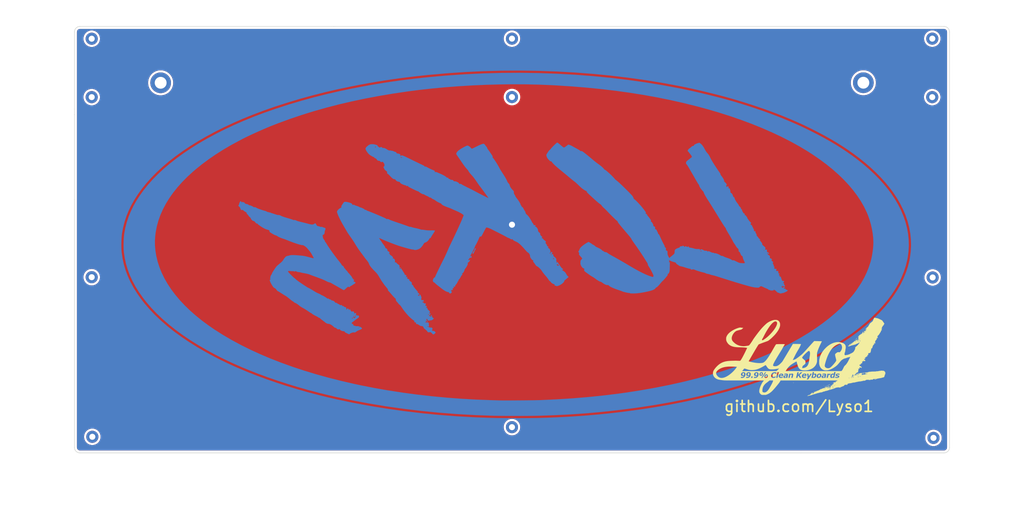
<source format=kicad_pcb>
(kicad_pcb (version 20171130) (host pcbnew "(5.1.9)-1")
  (layers (0 F.Cu signal) (31 B.Cu signal) (34 B.Paste user hide) (35 F.Paste user) (36 B.SilkS user) (37 F.SilkS user) (38 B.Mask user) (39 F.Mask user) (44 Edge.Cuts user))
  (net 0 "")
  (module silkart:1-lcklogo (layer F.Cu) (at 245.0989 141.8485)
    (fp_text reference G*** hide)
    (fp_text value LOGO hide)
  )
  (module MountingHole:MountingHole_4.3mm_M4_DIN965_Pad (layer F.Cu) (at 267.7839 43.0735)
    (fp_text reference REF** hide)
    (fp_text value MountingHole_4.3mm_M4_DIN965_Pad)
    (pad 1 thru_hole circle (at 0 0) (size 7.5 7.5) (drill 4.3) (layers *.Cu *.Mask))
  )
  (module MountingHole:MountingHole_4.3mm_M4_DIN965_Pad (layer F.Cu) (at 13.0089 43.0985)
    (fp_text reference REF** hide)
    (fp_text value MountingHole_4.3mm_M4_DIN965_Pad)
    (pad 1 thru_hole circle (at 0 0) (size 7.5 7.5) (drill 4.3) (layers *.Cu *.Mask))
  )
  (module silkart:lck (layer B.Cu) (at 125.2289 97.7985 180)
    (fp_text reference G*** hide)
    (fp_text value LOGO hide)
    (fp_poly (pts (xy 45.587822 11.470069) (xy 45.771642 11.3665) (xy 45.896167 11.217343) (xy 46.06659 10.981886) (xy 46.257912 10.698877) (xy 46.445127 10.407065) (xy 46.603235 10.145197) (xy 46.707232 9.952023) (xy 46.734703 9.87397) (xy 46.691441 9.723227) (xy 46.655146 9.655271) (xy 46.644274 9.564082) (xy 46.742444 9.458429) (xy 46.97216 9.31561) (xy 47.015642 9.291607) (xy 47.543798 8.947101) (xy 47.948035 8.548504) (xy 48.139833 8.282227) (xy 48.254408 8.087707) (xy 48.29548 7.935495) (xy 48.270675 7.7513) (xy 48.214788 7.552055) (xy 48.013328 6.971618) (xy 47.720399 6.271562) (xy 47.34443 5.468994) (xy 46.893852 4.581021) (xy 46.377093 3.624752) (xy 45.802583 2.617292) (xy 45.682578 2.413) (xy 45.390096 1.916948) (xy 45.113294 1.446504) (xy 44.868517 1.029525) (xy 44.672111 0.693868) (xy 44.540423 0.467392) (xy 44.515082 0.423333) (xy 44.397931 0.235765) (xy 44.200994 -0.060559) (xy 43.943723 -0.437187) (xy 43.64557 -0.865668) (xy 43.325986 -1.31755) (xy 43.2995 -1.354667) (xy 42.955018 -1.845347) (xy 42.609441 -2.352286) (xy 42.288688 -2.836414) (xy 42.01868 -3.25866) (xy 41.839033 -3.556) (xy 41.277239 -4.486549) (xy 40.64374 -5.458254) (xy 39.989128 -6.39515) (xy 39.597228 -6.922123) (xy 39.293759 -7.324237) (xy 38.969735 -7.762124) (xy 38.672746 -8.171115) (xy 38.523333 -8.381429) (xy 38.25104 -8.753374) (xy 37.921449 -9.179824) (xy 37.590358 -9.589249) (xy 37.465935 -9.736983) (xy 37.208687 -10.056481) (xy 36.988302 -10.364797) (xy 36.833836 -10.619391) (xy 36.781665 -10.738816) (xy 36.6376 -11.130188) (xy 36.431143 -11.528981) (xy 36.14827 -11.954215) (xy 35.774952 -12.424911) (xy 35.297165 -12.96009) (xy 34.700883 -13.578774) (xy 34.648747 -13.631334) (xy 34.227273 -14.062542) (xy 33.902935 -14.414701) (xy 33.647719 -14.722831) (xy 33.433613 -15.02195) (xy 33.232604 -15.34708) (xy 33.124914 -15.536334) (xy 32.153949 -17.152419) (xy 31.129654 -18.614733) (xy 30.243516 -19.705759) (xy 30.000199 -20.00119) (xy 29.8657 -20.210506) (xy 29.82377 -20.361753) (xy 29.830763 -20.418297) (xy 29.823098 -20.575813) (xy 29.704571 -20.760662) (xy 29.565577 -20.906382) (xy 29.39972 -21.0795) (xy 29.154009 -21.351202) (xy 28.856605 -21.689663) (xy 28.535669 -22.063056) (xy 28.395898 -22.228267) (xy 28.074841 -22.60116) (xy 27.764704 -22.946048) (xy 27.493311 -23.233053) (xy 27.288485 -23.432295) (xy 27.224935 -23.48575) (xy 27.029189 -23.655423) (xy 26.952749 -23.793176) (xy 26.962678 -23.933916) (xy 26.946239 -24.184739) (xy 26.801699 -24.485576) (xy 26.547523 -24.801633) (xy 26.453486 -24.893444) (xy 26.258103 -25.105582) (xy 26.060431 -25.365984) (xy 26.021731 -25.424456) (xy 25.850507 -25.640895) (xy 25.669527 -25.794648) (xy 25.617437 -25.82114) (xy 25.482377 -25.926086) (xy 25.288157 -26.146666) (xy 25.060531 -26.452013) (xy 24.931439 -26.643351) (xy 24.32491 -27.526287) (xy 23.675936 -28.384478) (xy 23.004761 -29.195287) (xy 22.331627 -29.93608) (xy 21.676778 -30.584221) (xy 21.060458 -31.117073) (xy 20.678886 -31.398498) (xy 20.409451 -31.587838) (xy 20.260725 -31.717205) (xy 20.208932 -31.814923) (xy 20.230292 -31.909318) (xy 20.237793 -31.923931) (xy 20.276732 -32.0522) (xy 20.196554 -32.140164) (xy 20.090573 -32.190677) (xy 19.87785 -32.266096) (xy 19.727333 -32.297893) (xy 19.637915 -32.360591) (xy 19.620478 -32.552169) (xy 19.622704 -32.58419) (xy 19.625086 -32.773088) (xy 19.562165 -32.841646) (xy 19.400055 -32.83798) (xy 19.211577 -32.858607) (xy 18.961611 -32.964278) (xy 18.620982 -33.167991) (xy 18.540728 -33.220765) (xy 18.209757 -33.429942) (xy 17.974505 -33.547922) (xy 17.79903 -33.589995) (xy 17.69111 -33.582189) (xy 17.443306 -33.596799) (xy 17.193379 -33.708238) (xy 16.994678 -33.880545) (xy 16.900551 -34.077757) (xy 16.898934 -34.116188) (xy 16.867403 -34.238379) (xy 16.750936 -34.392462) (xy 16.530434 -34.598989) (xy 16.200434 -34.867806) (xy 15.886531 -35.12842) (xy 15.650606 -35.352199) (xy 15.516185 -35.51565) (xy 15.494 -35.573211) (xy 15.421503 -35.748431) (xy 15.209244 -35.838069) (xy 14.865069 -35.839521) (xy 14.74102 -35.822968) (xy 14.446331 -35.791996) (xy 14.284482 -35.817327) (xy 14.24253 -35.855234) (xy 14.131767 -35.970628) (xy 13.952134 -36.10458) (xy 13.774526 -36.255246) (xy 13.674164 -36.4051) (xy 13.548327 -36.560282) (xy 13.340486 -36.606407) (xy 13.156525 -36.553597) (xy 12.954068 -36.417434) (xy 12.751349 -36.237831) (xy 12.594759 -36.060912) (xy 12.530686 -35.932801) (xy 12.530666 -35.931324) (xy 12.59114 -35.819456) (xy 12.744843 -35.653526) (xy 12.848166 -35.561651) (xy 13.083867 -35.392673) (xy 13.275307 -35.333554) (xy 13.410173 -35.344039) (xy 13.65742 -35.337683) (xy 13.790146 -35.215508) (xy 13.796439 -34.996401) (xy 13.735523 -34.828257) (xy 13.655771 -34.62934) (xy 13.663766 -34.487789) (xy 13.751016 -34.331618) (xy 13.861526 -34.196219) (xy 13.99839 -34.135332) (xy 14.223537 -34.12675) (xy 14.311323 -34.130722) (xy 14.639205 -34.119186) (xy 14.850782 -34.036363) (xy 14.883629 -34.009688) (xy 15.070216 -33.896786) (xy 15.204333 -33.86537) (xy 15.402596 -33.828081) (xy 15.479932 -33.792486) (xy 15.547691 -33.722938) (xy 15.472254 -33.674616) (xy 15.299309 -33.674773) (xy 15.232322 -33.70387) (xy 15.050465 -33.789182) (xy 14.951968 -33.749672) (xy 14.927224 -33.572785) (xy 14.952022 -33.3375) (xy 14.988542 -33.033297) (xy 15.006318 -32.761149) (xy 15.005795 -32.661275) (xy 15.042331 -32.493893) (xy 15.142402 -32.351304) (xy 15.263893 -32.269651) (xy 15.364692 -32.285078) (xy 15.391175 -32.330526) (xy 15.485496 -32.414022) (xy 15.628219 -32.418127) (xy 15.734566 -32.350013) (xy 15.748 -32.300334) (xy 15.782771 -32.189714) (xy 15.899339 -32.20273) (xy 16.067827 -32.305134) (xy 16.212209 -32.373612) (xy 16.253006 -32.333156) (xy 16.177113 -32.217968) (xy 16.12091 -32.16662) (xy 16.032331 -32.028819) (xy 16.022814 -31.799883) (xy 16.03311 -31.711753) (xy 16.054402 -31.518366) (xy 16.040985 -31.480285) (xy 16.001594 -31.5595) (xy 15.872111 -31.712278) (xy 15.750728 -31.75) (xy 15.613414 -31.726134) (xy 15.599231 -31.638597) (xy 15.707987 -31.463483) (xy 15.748 -31.411334) (xy 15.88955 -31.183669) (xy 15.887738 -31.04382) (xy 15.74229 -30.989051) (xy 15.705666 -30.988) (xy 15.535184 -31.031917) (xy 15.494 -31.138495) (xy 15.446876 -31.32461) (xy 15.372619 -31.462285) (xy 15.290999 -31.555009) (xy 15.183105 -31.597085) (xy 15.00135 -31.595621) (xy 14.716452 -31.56031) (xy 14.400588 -31.517752) (xy 14.126778 -31.48414) (xy 13.983149 -31.469353) (xy 13.827768 -31.406799) (xy 13.623475 -31.265535) (xy 13.419387 -31.08801) (xy 13.26462 -30.916667) (xy 13.208 -30.79948) (xy 13.277598 -30.720658) (xy 13.411442 -30.65246) (xy 13.590173 -30.558143) (xy 13.711166 -30.409677) (xy 13.806991 -30.159623) (xy 13.845745 -30.019863) (xy 13.938896 -29.778208) (xy 14.079367 -29.654341) (xy 14.163245 -29.624846) (xy 14.34459 -29.601112) (xy 14.380674 -29.662041) (xy 14.269805 -29.802511) (xy 14.233184 -29.836688) (xy 14.117132 -30.026159) (xy 14.117393 -30.151246) (xy 14.155007 -30.252708) (xy 14.217649 -30.252631) (xy 14.347309 -30.142839) (xy 14.395254 -30.097159) (xy 14.573336 -29.960491) (xy 14.678221 -29.955816) (xy 14.685375 -29.965058) (xy 14.792741 -30.051689) (xy 14.821663 -30.056667) (xy 14.898936 -30.000148) (xy 14.857973 -29.838309) (xy 14.703046 -29.582727) (xy 14.591218 -29.43241) (xy 14.546658 -29.370128) (xy 14.862946 -29.370128) (xy 14.901333 -29.421667) (xy 15.045481 -29.529258) (xy 15.123366 -29.548667) (xy 15.226561 -29.48067) (xy 15.24 -29.421667) (xy 15.165854 -29.319864) (xy 15.017966 -29.294667) (xy 14.868958 -29.308955) (xy 14.862946 -29.370128) (xy 14.546658 -29.370128) (xy 14.416284 -29.187907) (xy 14.349174 -29.032995) (xy 14.3773 -28.938206) (xy 14.379234 -28.936232) (xy 14.481176 -28.894462) (xy 14.595463 -28.998596) (xy 14.598635 -29.002884) (xy 14.693785 -29.114068) (xy 14.747301 -29.088803) (xy 14.777344 -29.0195) (xy 14.804635 -28.869237) (xy 14.749841 -28.70219) (xy 14.626705 -28.504269) (xy 14.587729 -28.415258) (xy 14.612302 -28.316458) (xy 14.719664 -28.178258) (xy 14.929056 -27.971048) (xy 15.041243 -27.866329) (xy 15.301046 -27.616846) (xy 15.452754 -27.441321) (xy 15.518951 -27.306024) (xy 15.522218 -27.177223) (xy 15.518206 -27.153893) (xy 15.502862 -26.977125) (xy 15.569665 -26.933584) (xy 15.745217 -27.007195) (xy 15.753566 -27.011646) (xy 15.874444 -27.053109) (xy 15.914706 -26.970232) (xy 15.917333 -26.888853) (xy 15.865578 -26.696864) (xy 15.777253 -26.600021) (xy 15.67551 -26.479105) (xy 15.700539 -26.350752) (xy 15.822877 -26.272838) (xy 15.941709 -26.276928) (xy 16.129844 -26.263197) (xy 16.233882 -26.136521) (xy 16.239281 -25.938344) (xy 16.137629 -25.718541) (xy 16.033031 -25.530031) (xy 16.060287 -25.419657) (xy 16.231737 -25.372788) (xy 16.431915 -25.369587) (xy 16.65633 -25.35964) (xy 16.768382 -25.295854) (xy 16.816615 -25.17751) (xy 16.912135 -25.024487) (xy 17.054026 -24.978801) (xy 17.178797 -25.048875) (xy 17.213637 -25.124834) (xy 17.234442 -25.131834) (xy 17.249038 -24.99926) (xy 17.253738 -24.807334) (xy 17.247805 -24.562758) (xy 17.227588 -24.483871) (xy 17.196348 -24.552889) (xy 17.104059 -24.722284) (xy 17.001297 -24.790356) (xy 16.91404 -24.77375) (xy 16.8786 -24.65442) (xy 16.878009 -24.467375) (xy 16.891 -24.11815) (xy 17.243815 -24.170544) (xy 17.473236 -24.192828) (xy 17.591059 -24.159263) (xy 17.650187 -24.054142) (xy 17.651687 -24.049469) (xy 17.728571 -23.910439) (xy 17.787879 -23.876) (xy 17.807597 -23.81153) (xy 17.752503 -23.65248) (xy 17.732937 -23.612856) (xy 17.661365 -23.453631) (xy 17.643959 -23.3131) (xy 17.684301 -23.131565) (xy 17.777386 -22.872022) (xy 17.941323 -22.479008) (xy 18.083361 -22.236013) (xy 18.215472 -22.127145) (xy 18.335801 -22.130716) (xy 18.42635 -22.212847) (xy 18.395647 -22.289502) (xy 18.353474 -22.445701) (xy 18.369726 -22.606) (xy 18.424562 -22.817667) (xy 18.477011 -22.620832) (xy 18.538309 -22.484268) (xy 18.646156 -22.488693) (xy 18.699925 -22.515228) (xy 18.856184 -22.562469) (xy 18.932852 -22.505393) (xy 18.934497 -22.397266) (xy 18.896789 -22.371486) (xy 18.761597 -22.29678) (xy 18.609677 -22.185935) (xy 18.482106 -22.05253) (xy 18.480867 -21.913411) (xy 18.520998 -21.813949) (xy 18.673625 -21.628648) (xy 18.843783 -21.538733) (xy 18.999842 -21.473414) (xy 19.034817 -21.349117) (xy 19.01877 -21.243354) (xy 19.011662 -21.055584) (xy 19.114896 -20.936758) (xy 19.200941 -20.889139) (xy 19.356196 -20.776892) (xy 19.407565 -20.667554) (xy 19.407461 -20.667066) (xy 19.451561 -20.545735) (xy 19.590579 -20.397385) (xy 19.601978 -20.388246) (xy 19.772642 -20.220265) (xy 19.975739 -19.973932) (xy 20.098608 -19.803065) (xy 20.254862 -19.592372) (xy 20.378155 -19.464685) (xy 20.433258 -19.44548) (xy 20.479939 -19.427111) (xy 20.489333 -19.35624) (xy 20.557866 -19.08363) (xy 20.732256 -18.808642) (xy 20.965689 -18.602148) (xy 21.000188 -18.582857) (xy 21.167175 -18.475524) (xy 21.201204 -18.372705) (xy 21.16958 -18.293445) (xy 21.1402 -18.132873) (xy 21.163088 -17.922353) (xy 21.222698 -17.728447) (xy 21.303487 -17.617718) (xy 21.329033 -17.610667) (xy 21.423856 -17.558927) (xy 21.591836 -17.428388) (xy 21.674666 -17.356667) (xy 21.860777 -17.203235) (xy 21.997951 -17.112866) (xy 22.028904 -17.102667) (xy 22.070503 -17.029094) (xy 22.078664 -16.849736) (xy 22.077155 -16.8275) (xy 22.081171 -16.634735) (xy 22.151615 -16.559353) (xy 22.225 -16.550983) (xy 22.411068 -16.510661) (xy 22.64479 -16.413633) (xy 22.677098 -16.396713) (xy 22.854952 -16.290377) (xy 22.902485 -16.211441) (xy 22.841895 -16.113738) (xy 22.823223 -16.092808) (xy 22.739647 -15.920663) (xy 22.761116 -15.757396) (xy 22.87448 -15.667061) (xy 22.911391 -15.663334) (xy 23.01573 -15.731303) (xy 23.029333 -15.790334) (xy 23.070238 -15.903075) (xy 23.104941 -15.917334) (xy 23.204908 -15.849055) (xy 23.23618 -15.689883) (xy 23.187239 -15.508312) (xy 23.176744 -15.49036) (xy 23.126438 -15.289251) (xy 23.205053 -15.124894) (xy 23.379573 -15.05157) (xy 23.441662 -15.054822) (xy 23.583776 -15.040748) (xy 23.622 -14.990812) (xy 23.664553 -14.885521) (xy 23.673735 -14.868537) (xy 23.820437 -14.868537) (xy 23.833666 -14.901334) (xy 23.909748 -14.982104) (xy 23.92333 -14.986) (xy 23.959695 -14.920494) (xy 23.960666 -14.901334) (xy 23.895578 -14.81992) (xy 23.871003 -14.816667) (xy 23.820437 -14.868537) (xy 23.673735 -14.868537) (xy 23.780143 -14.671731) (xy 23.950667 -14.378433) (xy 24.158022 -14.034617) (xy 24.384105 -13.669275) (xy 24.610812 -13.311397) (xy 24.82004 -12.989975) (xy 24.993686 -12.733999) (xy 25.018934 -12.7) (xy 25.206134 -12.7) (xy 25.210219 -12.835584) (xy 25.32028 -12.869334) (xy 25.483502 -12.801244) (xy 25.569333 -12.7) (xy 25.61436 -12.574151) (xy 25.533753 -12.533177) (xy 25.455187 -12.530667) (xy 25.266968 -12.593466) (xy 25.206134 -12.7) (xy 25.018934 -12.7) (xy 25.113647 -12.57246) (xy 25.158225 -12.530667) (xy 25.222546 -12.461914) (xy 25.230666 -12.403667) (xy 25.654 -12.403667) (xy 25.696333 -12.446) (xy 25.738666 -12.403667) (xy 25.696333 -12.361334) (xy 25.654 -12.403667) (xy 25.230666 -12.403667) (xy 25.304834 -12.301879) (xy 25.453154 -12.276667) (xy 25.593648 -12.264196) (xy 25.646004 -12.194993) (xy 25.63442 -12.021374) (xy 25.62233 -11.943273) (xy 25.601075 -11.774127) (xy 25.619335 -11.649906) (xy 25.702218 -11.533007) (xy 25.874833 -11.38583) (xy 26.114579 -11.206084) (xy 26.388495 -10.988732) (xy 26.61571 -10.781906) (xy 26.753692 -10.624869) (xy 26.76576 -10.604938) (xy 26.875711 -10.46749) (xy 27.035147 -10.446716) (xy 27.119949 -10.462179) (xy 27.287651 -10.483436) (xy 27.317227 -10.437158) (xy 27.30572 -10.415166) (xy 27.265725 -10.268556) (xy 27.247455 -10.037009) (xy 27.247426 -9.987244) (xy 27.309301 -9.591877) (xy 27.47057 -9.289894) (xy 27.712652 -9.106511) (xy 27.9292 -9.062026) (xy 28.065612 -9.044198) (xy 28.05701 -8.974421) (xy 28.022271 -8.929447) (xy 27.95724 -8.79459) (xy 28.006333 -8.628624) (xy 28.020429 -8.601583) (xy 28.142577 -8.436121) (xy 28.332131 -8.242537) (xy 28.548944 -8.054263) (xy 28.752871 -7.904734) (xy 28.903766 -7.827381) (xy 28.949648 -7.827742) (xy 29.018537 -7.790546) (xy 29.079605 -7.635103) (xy 29.081994 -7.624577) (xy 29.173695 -7.424105) (xy 29.30055 -7.321799) (xy 29.436093 -7.240494) (xy 29.451878 -7.153282) (xy 29.338899 -7.112006) (xy 29.337 -7.112) (xy 29.225575 -7.058501) (xy 29.222385 -6.924903) (xy 29.31664 -6.751555) (xy 29.475095 -6.595497) (xy 29.667984 -6.464799) (xy 29.813652 -6.395625) (xy 29.834928 -6.392334) (xy 29.974668 -6.323767) (xy 30.017813 -6.141802) (xy 30.000248 -6.027694) (xy 30.025442 -5.830896) (xy 30.155026 -5.617067) (xy 30.341707 -5.439862) (xy 30.538191 -5.352939) (xy 30.595013 -5.352897) (xy 30.714683 -5.333181) (xy 30.762405 -5.200249) (xy 30.767498 -5.122304) (xy 30.81652 -4.940378) (xy 30.959395 -4.676713) (xy 31.205076 -4.316367) (xy 31.4325 -4.012304) (xy 31.6805 -3.682478) (xy 31.885559 -3.397748) (xy 32.027948 -3.186391) (xy 32.087941 -3.076686) (xy 32.088666 -3.071753) (xy 32.140694 -2.966624) (xy 32.275263 -2.782262) (xy 32.414252 -2.61542) (xy 32.584154 -2.397985) (xy 32.687418 -2.219429) (xy 32.703529 -2.137834) (xy 32.721668 -2.042127) (xy 32.755965 -2.032) (xy 32.851206 -1.970455) (xy 32.949898 -1.83474) (xy 33.006337 -1.698235) (xy 32.998117 -1.643229) (xy 32.912445 -1.663363) (xy 32.705321 -1.744439) (xy 32.40768 -1.873562) (xy 32.05046 -2.037842) (xy 32.044992 -2.04042) (xy 31.543137 -2.267272) (xy 30.908867 -2.538194) (xy 30.169886 -2.842154) (xy 29.353896 -3.168118) (xy 28.488598 -3.505054) (xy 27.601697 -3.841929) (xy 26.720894 -4.167709) (xy 26.524783 -4.238933) (xy 26.106301 -4.383604) (xy 25.604281 -4.546242) (xy 25.041077 -4.720643) (xy 24.439045 -4.900607) (xy 23.820538 -5.079932) (xy 23.207911 -5.252417) (xy 22.623518 -5.411861) (xy 22.089714 -5.552061) (xy 21.628854 -5.666817) (xy 21.263291 -5.749927) (xy 21.01538 -5.79519) (xy 20.908357 -5.797004) (xy 20.785723 -5.792183) (xy 20.564203 -5.836799) (xy 20.407625 -5.883351) (xy 20.111734 -5.962576) (xy 19.842922 -5.977431) (xy 19.508558 -5.932788) (xy 19.499361 -5.931099) (xy 18.908833 -5.767093) (xy 18.377012 -5.513656) (xy 17.950484 -5.194543) (xy 17.851073 -5.090753) (xy 17.574591 -4.772645) (xy 17.379063 -4.538082) (xy 17.232557 -4.344393) (xy 17.103141 -4.148907) (xy 16.958882 -3.908955) (xy 16.930809 -3.861056) (xy 16.740475 -3.563981) (xy 16.580675 -3.390543) (xy 16.41872 -3.307294) (xy 16.380476 -3.297952) (xy 15.912846 -3.120623) (xy 15.467154 -2.801396) (xy 15.074993 -2.367433) (xy 14.822383 -1.958539) (xy 14.695094 -1.74643) (xy 14.581021 -1.663936) (xy 14.473688 -1.669929) (xy 14.336806 -1.672643) (xy 14.318837 -1.599038) (xy 14.282931 -1.488522) (xy 14.168559 -1.267218) (xy 13.992263 -0.964508) (xy 13.770586 -0.609771) (xy 13.70452 -0.508) (xy 13.377979 -0.00758) (xy 13.135103 0.370312) (xy 12.966045 0.644319) (xy 12.860958 0.833083) (xy 12.809993 0.955247) (xy 12.803303 1.029453) (xy 12.83104 1.074343) (xy 12.858337 1.093871) (xy 12.980113 1.117009) (xy 13.237949 1.132974) (xy 13.598681 1.14075) (xy 14.029146 1.13932) (xy 14.223566 1.135712) (xy 14.883975 1.130096) (xy 15.438314 1.149613) (xy 15.948485 1.197986) (xy 16.40824 1.267067) (xy 16.802658 1.328123) (xy 17.149146 1.369657) (xy 17.405577 1.387338) (xy 17.518404 1.381185) (xy 17.712927 1.384878) (xy 17.949617 1.45582) (xy 17.97019 1.465194) (xy 18.240901 1.567827) (xy 18.649614 1.689341) (xy 19.167075 1.822162) (xy 19.764031 1.958715) (xy 20.32 2.073619) (xy 20.681917 2.154192) (xy 21.006601 2.242926) (xy 21.237257 2.323837) (xy 21.277717 2.343161) (xy 21.50839 2.420215) (xy 21.709611 2.42242) (xy 21.89826 2.43139) (xy 22.208488 2.512947) (xy 22.612594 2.65974) (xy 22.629484 2.666528) (xy 22.882287 2.763039) (xy 23.271373 2.904513) (xy 23.772362 3.082412) (xy 24.360878 3.2882) (xy 25.012542 3.513339) (xy 25.702975 3.749295) (xy 26.256885 3.936752) (xy 26.929463 4.165589) (xy 27.554984 4.38272) (xy 28.114304 4.581172) (xy 28.58828 4.753972) (xy 28.95777 4.894148) (xy 29.20363 4.994727) (xy 29.304937 5.046961) (xy 29.530139 5.178545) (xy 29.819619 5.259352) (xy 30.098166 5.274558) (xy 30.254474 5.234094) (xy 30.373204 5.186323) (xy 30.38179 5.24525) (xy 30.372162 5.272261) (xy 30.391988 5.317566) (xy 30.485324 5.387648) (xy 30.663107 5.487603) (xy 30.936272 5.622523) (xy 31.315758 5.797503) (xy 31.8125 6.017635) (xy 32.437436 6.288015) (xy 33.201503 6.613736) (xy 33.756373 6.848444) (xy 34.47962 7.151798) (xy 35.160115 7.433601) (xy 35.780913 7.687098) (xy 36.325071 7.905535) (xy 36.775642 8.082155) (xy 37.115683 8.210203) (xy 37.328248 8.282925) (xy 37.390716 8.297333) (xy 37.550849 8.341598) (xy 37.592 8.419336) (xy 37.652407 8.571536) (xy 37.790816 8.604599) (xy 37.879895 8.558336) (xy 37.983523 8.530684) (xy 38.13219 8.610853) (xy 38.292316 8.750234) (xy 38.49297 8.896495) (xy 38.789753 9.063855) (xy 39.13194 9.229074) (xy 39.468809 9.368912) (xy 39.749638 9.46013) (xy 39.89094 9.482666) (xy 40.015977 9.528103) (xy 40.196859 9.637908) (xy 40.203596 9.642677) (xy 40.384695 9.738777) (xy 40.677747 9.859639) (xy 41.031502 9.984874) (xy 41.190333 10.035241) (xy 41.535806 10.150728) (xy 41.824402 10.265743) (xy 42.013495 10.362442) (xy 42.057181 10.398065) (xy 42.157242 10.480827) (xy 42.286703 10.458246) (xy 42.374553 10.414596) (xy 42.5239 10.341098) (xy 42.608583 10.352072) (xy 42.681417 10.474754) (xy 42.736136 10.601052) (xy 42.894019 10.810667) (xy 43.185605 11.000591) (xy 43.622919 11.176916) (xy 44.192854 11.339515) (xy 44.796356 11.466165) (xy 45.259114 11.509645) (xy 45.587822 11.470069)) (layer B.Cu) (width 0.01))
    (fp_poly (pts (xy 83.365262 11.629177) (xy 83.393921 11.602078) (xy 83.504305 11.432745) (xy 83.62531 11.162198) (xy 83.733277 10.855054) (xy 83.80455 10.575927) (xy 83.82 10.438309) (xy 83.888226 10.310897) (xy 83.947 10.275284) (xy 84.056264 10.195005) (xy 84.037823 10.073608) (xy 83.884541 9.893699) (xy 83.735333 9.759358) (xy 83.542029 9.564587) (xy 83.419419 9.384705) (xy 83.396666 9.306736) (xy 83.363331 9.172726) (xy 83.319926 9.144) (xy 83.274791 9.077155) (xy 83.28445 8.986206) (xy 83.246489 8.805627) (xy 83.095772 8.647539) (xy 82.864239 8.502455) (xy 82.704413 8.478835) (xy 82.635866 8.578549) (xy 82.634666 8.603519) (xy 82.596203 8.651657) (xy 82.471947 8.583054) (xy 82.297484 8.435747) (xy 82.028157 8.219953) (xy 81.69717 7.991655) (xy 81.486388 7.863663) (xy 81.220291 7.700695) (xy 81.083494 7.577332) (xy 81.049464 7.466921) (xy 81.055673 7.431004) (xy 81.028735 7.26168) (xy 80.857684 7.055379) (xy 80.8094 7.011644) (xy 80.575059 6.764907) (xy 80.365666 6.479879) (xy 80.333336 6.425491) (xy 80.14968 6.175077) (xy 79.926453 5.967467) (xy 79.8715 5.9311) (xy 79.634891 5.721225) (xy 79.50353 5.42435) (xy 79.422629 5.211753) (xy 79.330707 5.090672) (xy 79.30066 5.08) (xy 79.18789 5.010847) (xy 79.094072 4.868333) (xy 78.981455 4.711886) (xy 78.871687 4.656666) (xy 78.710011 4.621283) (xy 78.486847 4.534695) (xy 78.26524 4.426243) (xy 78.108234 4.32527) (xy 78.072781 4.284844) (xy 78.001203 4.182859) (xy 77.853648 4.005117) (xy 77.746062 3.883378) (xy 77.544874 3.684611) (xy 77.390504 3.602364) (xy 77.249114 3.608212) (xy 77.091661 3.617759) (xy 77.046666 3.526798) (xy 76.982822 3.383246) (xy 76.856166 3.260318) (xy 76.707436 3.155079) (xy 76.460334 2.979799) (xy 76.154473 2.762589) (xy 75.946 2.614423) (xy 75.448113 2.284727) (xy 74.924247 1.979831) (xy 74.41267 1.71903) (xy 73.951651 1.521615) (xy 73.579458 1.406881) (xy 73.533 1.397881) (xy 73.244112 1.322103) (xy 72.982609 1.213909) (xy 72.955451 1.198732) (xy 72.788976 1.067603) (xy 72.749834 0.913791) (xy 72.761193 0.833707) (xy 72.769367 0.718604) (xy 72.725609 0.61487) (xy 72.604828 0.49561) (xy 72.381933 0.333928) (xy 72.153408 0.182217) (xy 71.724312 -0.084408) (xy 71.304797 -0.319888) (xy 70.927509 -0.507926) (xy 70.625097 -0.63223) (xy 70.432918 -0.676506) (xy 70.270085 -0.726764) (xy 70.094251 -0.835235) (xy 69.812372 -1.019923) (xy 69.419148 -1.231252) (xy 68.965144 -1.446265) (xy 68.500923 -1.642007) (xy 68.077047 -1.795521) (xy 67.818 -1.868685) (xy 67.638395 -1.923624) (xy 67.33714 -2.030696) (xy 66.948918 -2.176965) (xy 66.508411 -2.349497) (xy 66.251666 -2.452826) (xy 65.327832 -2.819937) (xy 64.443495 -3.155038) (xy 63.613931 -3.453273) (xy 62.854415 -3.709785) (xy 62.180223 -3.919718) (xy 61.60663 -4.078215) (xy 61.148911 -4.180421) (xy 60.822342 -4.22148) (xy 60.704606 -4.21631) (xy 60.539576 -4.251722) (xy 60.287975 -4.375948) (xy 59.987861 -4.563166) (xy 59.677293 -4.787554) (xy 59.394328 -5.023288) (xy 59.177022 -5.244547) (xy 59.16176 -5.263148) (xy 58.957061 -5.511225) (xy 58.699701 -5.814436) (xy 58.477965 -6.069899) (xy 58.211758 -6.392645) (xy 57.938965 -6.754938) (xy 57.761661 -7.013174) (xy 57.583988 -7.300402) (xy 57.385484 -7.638607) (xy 57.184657 -7.993962) (xy 57.000015 -8.332644) (xy 56.850067 -8.620826) (xy 56.753322 -8.824685) (xy 56.726666 -8.904681) (xy 56.749 -8.948995) (xy 56.828083 -8.965646) (xy 56.982038 -8.95113) (xy 57.228988 -8.901941) (xy 57.587057 -8.814577) (xy 58.074367 -8.685532) (xy 58.588322 -8.544715) (xy 59.274984 -8.36173) (xy 59.846331 -8.226504) (xy 60.346643 -8.130197) (xy 60.8202 -8.063972) (xy 61.165765 -8.030259) (xy 61.595298 -7.994527) (xy 61.990777 -7.961246) (xy 62.305924 -7.934334) (xy 62.484 -7.918671) (xy 63.365581 -7.851223) (xy 64.114978 -7.821545) (xy 64.722918 -7.829644) (xy 65.180128 -7.875528) (xy 65.362666 -7.916483) (xy 65.695203 -8.007725) (xy 66.023725 -8.087501) (xy 66.167 -8.117507) (xy 66.432813 -8.183127) (xy 66.6532 -8.262759) (xy 66.682302 -8.277289) (xy 66.905494 -8.447501) (xy 67.170428 -8.722975) (xy 67.439052 -9.059617) (xy 67.673316 -9.413333) (xy 67.695102 -9.45095) (xy 67.846704 -9.702284) (xy 68.004889 -9.924184) (xy 68.194208 -10.142063) (xy 68.439211 -10.381336) (xy 68.764449 -10.667413) (xy 69.19447 -11.02571) (xy 69.299666 -11.111919) (xy 69.646333 -11.399481) (xy 69.918562 -11.640572) (xy 70.145496 -11.868644) (xy 70.356275 -12.117152) (xy 70.580039 -12.419548) (xy 70.84593 -12.809286) (xy 71.060304 -13.13312) (xy 71.326638 -13.545304) (xy 71.554692 -13.913063) (xy 71.729888 -14.211657) (xy 71.837649 -14.416349) (xy 71.865152 -14.499022) (xy 71.894124 -14.633829) (xy 71.997078 -14.826572) (xy 72.019303 -14.859261) (xy 72.226358 -15.182137) (xy 72.370578 -15.465066) (xy 72.436228 -15.673505) (xy 72.427638 -15.755597) (xy 72.419821 -15.887838) (xy 72.475117 -16.087625) (xy 72.478734 -16.096487) (xy 72.539199 -16.305359) (xy 72.499714 -16.433071) (xy 72.486889 -16.446977) (xy 72.395618 -16.60503) (xy 72.43329 -16.726877) (xy 72.550333 -16.764) (xy 72.64769 -16.782009) (xy 72.675355 -16.865763) (xy 72.644018 -17.059854) (xy 72.633097 -17.109236) (xy 72.536525 -17.412272) (xy 72.375389 -17.783822) (xy 72.168465 -18.192392) (xy 71.934531 -18.606486) (xy 71.692362 -18.994611) (xy 71.460736 -19.325271) (xy 71.258429 -19.566973) (xy 71.104216 -19.68822) (xy 71.093192 -19.692193) (xy 70.705493 -19.896415) (xy 70.333589 -20.258886) (xy 70.156937 -20.496964) (xy 70.001781 -20.709621) (xy 69.881934 -20.841523) (xy 69.83078 -20.865225) (xy 69.748464 -20.894093) (xy 69.547964 -21.002644) (xy 69.252393 -21.177239) (xy 68.884863 -21.404239) (xy 68.483538 -21.660259) (xy 68.04102 -21.944278) (xy 67.622583 -22.208474) (xy 67.258924 -22.433793) (xy 66.980744 -22.601179) (xy 66.836817 -22.682432) (xy 66.65219 -22.799597) (xy 66.371171 -23.003796) (xy 66.025209 -23.27102) (xy 65.645755 -23.577263) (xy 65.439817 -23.748869) (xy 65.080503 -24.04514) (xy 64.762139 -24.295086) (xy 64.508463 -24.481055) (xy 64.343214 -24.585392) (xy 64.294039 -24.600932) (xy 64.186056 -24.639605) (xy 64.043611 -24.778657) (xy 64.019385 -24.810042) (xy 63.808043 -25.004587) (xy 63.550699 -25.132882) (xy 63.548775 -25.133417) (xy 63.26154 -25.252087) (xy 62.898475 -25.458869) (xy 62.50518 -25.723853) (xy 62.127252 -26.017131) (xy 61.916118 -26.204334) (xy 61.691781 -26.383355) (xy 61.363071 -26.604624) (xy 60.978261 -26.837087) (xy 60.667381 -27.007681) (xy 60.239895 -27.245516) (xy 59.74044 -27.546314) (xy 59.232137 -27.87094) (xy 58.791842 -28.170508) (xy 58.435723 -28.417276) (xy 58.12773 -28.62008) (xy 57.894153 -28.762416) (xy 57.761285 -28.827779) (xy 57.742769 -28.829063) (xy 57.650988 -28.859961) (xy 57.483657 -28.981712) (xy 57.350855 -29.099229) (xy 57.141946 -29.260294) (xy 56.823412 -29.462674) (xy 56.440487 -29.679187) (xy 56.081663 -29.86199) (xy 55.703173 -30.051671) (xy 55.370497 -30.232285) (xy 55.119813 -30.383279) (xy 54.987958 -30.483361) (xy 54.818442 -30.598273) (xy 54.691617 -30.606032) (xy 54.530476 -30.638303) (xy 54.411087 -30.76875) (xy 54.277836 -30.915726) (xy 54.047847 -31.117313) (xy 53.765794 -31.334972) (xy 53.701431 -31.381017) (xy 53.368234 -31.623889) (xy 53.031691 -31.882285) (xy 52.761282 -32.102769) (xy 52.747333 -32.11479) (xy 52.237669 -32.495462) (xy 51.771409 -32.715998) (xy 51.344675 -32.778649) (xy 51.022767 -32.831245) (xy 50.629991 -32.996355) (xy 50.201185 -33.25421) (xy 49.77119 -33.585037) (xy 49.527685 -33.80977) (xy 49.261234 -34.048859) (xy 49.042303 -34.177839) (xy 48.8223 -34.225623) (xy 48.621662 -34.262491) (xy 48.51804 -34.325497) (xy 48.514169 -34.340378) (xy 48.438916 -34.505256) (xy 48.249309 -34.650404) (xy 47.998655 -34.757073) (xy 47.74026 -34.80652) (xy 47.527429 -34.779996) (xy 47.441943 -34.71745) (xy 47.363751 -34.649234) (xy 47.294277 -34.708286) (xy 47.234759 -34.826804) (xy 47.03982 -35.067849) (xy 46.712264 -35.265767) (xy 46.286783 -35.403518) (xy 45.957044 -35.454326) (xy 45.678573 -35.487346) (xy 45.536663 -35.530588) (xy 45.498577 -35.597616) (xy 45.507094 -35.640764) (xy 45.493657 -35.723859) (xy 45.389457 -35.825029) (xy 45.173829 -35.958921) (xy 44.826106 -36.140183) (xy 44.747503 -36.179164) (xy 44.409378 -36.342651) (xy 44.126214 -36.473415) (xy 43.933014 -36.55566) (xy 43.868191 -36.576) (xy 43.757257 -36.518074) (xy 43.688848 -36.450023) (xy 43.447102 -36.249303) (xy 43.10413 -36.075) (xy 42.714965 -35.944305) (xy 42.334638 -35.874407) (xy 42.018181 -35.882498) (xy 41.940594 -35.903919) (xy 41.798367 -35.903724) (xy 41.592168 -35.806595) (xy 41.296313 -35.600747) (xy 40.953758 -35.377263) (xy 40.561642 -35.172722) (xy 40.283188 -35.059651) (xy 39.835087 -34.889911) (xy 39.49147 -34.717986) (xy 39.273126 -34.556114) (xy 39.200666 -34.422312) (xy 39.229923 -34.374667) (xy 40.470666 -34.374667) (xy 40.502835 -34.512298) (xy 40.547406 -34.544) (xy 40.590958 -34.476574) (xy 40.579865 -34.374667) (xy 40.530714 -34.237885) (xy 40.503125 -34.205334) (xy 40.476706 -34.276583) (xy 40.470666 -34.374667) (xy 39.229923 -34.374667) (xy 39.266099 -34.315757) (xy 39.428802 -34.164203) (xy 39.5329 -34.085389) (xy 40.047333 -34.085389) (xy 40.096686 -34.178107) (xy 40.198237 -34.163323) (xy 40.28193 -34.051875) (xy 40.245081 -33.965509) (xy 40.181388 -33.951334) (xy 40.064756 -34.019503) (xy 40.047333 -34.085389) (xy 39.5329 -34.085389) (xy 39.638379 -34.00553) (xy 39.844438 -33.877619) (xy 39.996584 -33.81835) (xy 40.005 -33.817706) (xy 40.137176 -33.784929) (xy 40.337262 -33.710246) (xy 40.339653 -33.709239) (xy 40.57781 -33.652958) (xy 40.900805 -33.631445) (xy 41.076711 -33.636806) (xy 41.404952 -33.641349) (xy 41.576416 -33.599072) (xy 41.603054 -33.567457) (xy 41.706584 -33.498454) (xy 41.856999 -33.488683) (xy 42.058156 -33.463534) (xy 42.170536 -33.393124) (xy 42.32681 -33.288758) (xy 42.4072 -33.272704) (xy 42.495501 -33.256828) (xy 42.426829 -33.196582) (xy 42.343312 -33.077683) (xy 42.400108 -32.949108) (xy 42.57443 -32.846692) (xy 42.664723 -32.822489) (xy 42.85033 -32.759493) (xy 42.919039 -32.633865) (xy 42.926 -32.514117) (xy 42.899326 -32.3349) (xy 42.834978 -32.258049) (xy 42.833158 -32.258) (xy 42.723378 -32.205694) (xy 42.53607 -32.070497) (xy 42.37115 -31.933046) (xy 42.149422 -31.751577) (xy 41.832488 -31.509731) (xy 41.46574 -31.241497) (xy 41.155604 -31.022879) (xy 40.799204 -30.773808) (xy 40.559835 -30.594699) (xy 40.414109 -30.46088) (xy 40.338639 -30.347678) (xy 40.310035 -30.230422) (xy 40.30528 -30.125872) (xy 40.349172 -29.872447) (xy 40.495589 -29.74821) (xy 40.75448 -29.746521) (xy 40.844466 -29.766092) (xy 41.00905 -29.782721) (xy 41.062507 -29.706054) (xy 41.063333 -29.684845) (xy 41.116649 -29.570405) (xy 41.232375 -29.558958) (xy 41.344177 -29.643505) (xy 41.377467 -29.718) (xy 41.448566 -29.855345) (xy 41.506151 -29.887334) (xy 41.555511 -29.959168) (xy 41.555084 -30.12899) (xy 41.556387 -30.311665) (xy 41.660315 -30.417624) (xy 41.767519 -30.464219) (xy 41.944861 -30.568184) (xy 41.965368 -30.688229) (xy 41.94149 -30.804777) (xy 41.995302 -30.799136) (xy 42.104823 -30.68601) (xy 42.207264 -30.541437) (xy 42.59094 -30.541437) (xy 42.596447 -30.679529) (xy 42.662102 -30.824949) (xy 42.734794 -30.892776) (xy 42.872383 -30.951212) (xy 42.904366 -30.899328) (xy 42.839072 -30.720645) (xy 42.830913 -30.702608) (xy 42.736007 -30.542326) (xy 42.658409 -30.48) (xy 42.59094 -30.541437) (xy 42.207264 -30.541437) (xy 42.2275 -30.512879) (xy 42.371804 -30.262546) (xy 42.404206 -30.13268) (xy 42.3233 -30.115435) (xy 42.168204 -30.181493) (xy 41.977362 -30.270431) (xy 41.85416 -30.310487) (xy 41.850209 -30.310667) (xy 41.773833 -30.237598) (xy 41.667205 -30.049239) (xy 41.550792 -29.791856) (xy 41.506939 -29.675667) (xy 41.994666 -29.675667) (xy 42.040384 -29.788339) (xy 42.079333 -29.802667) (xy 42.154447 -29.73409) (xy 42.164 -29.675667) (xy 42.118282 -29.562995) (xy 42.079333 -29.548667) (xy 42.004218 -29.617243) (xy 41.994666 -29.675667) (xy 41.506939 -29.675667) (xy 41.44506 -29.511719) (xy 41.370475 -29.255095) (xy 41.359209 -29.200657) (xy 41.355497 -28.95359) (xy 41.445498 -28.833566) (xy 41.611917 -28.854528) (xy 41.71127 -28.916789) (xy 41.871074 -29.007406) (xy 42.001363 -29.035919) (xy 42.052418 -28.996411) (xy 42.036694 -28.955507) (xy 42.029062 -28.826868) (xy 42.076898 -28.616731) (xy 42.094233 -28.565676) (xy 42.169011 -28.383237) (xy 42.256626 -28.299114) (xy 42.413859 -28.283937) (xy 42.608255 -28.29981) (xy 42.913803 -28.29936) (xy 43.135712 -28.241796) (xy 43.244108 -28.140065) (xy 43.226749 -28.031812) (xy 43.237604 -27.931019) (xy 43.340814 -27.882093) (xy 43.477079 -27.791929) (xy 43.518606 -27.592552) (xy 43.518666 -27.581092) (xy 43.530719 -27.413823) (xy 43.582318 -27.387903) (xy 43.645666 -27.432) (xy 43.753257 -27.576148) (xy 43.772666 -27.654034) (xy 43.808272 -27.765457) (xy 43.895681 -27.745465) (xy 44.005782 -27.611392) (xy 44.074456 -27.474334) (xy 44.208354 -27.268991) (xy 44.367495 -27.175542) (xy 44.511225 -27.204397) (xy 44.593269 -27.341477) (xy 44.70128 -27.516676) (xy 44.872396 -27.550303) (xy 44.965677 -27.51013) (xy 45.03188 -27.447056) (xy 44.979166 -27.433297) (xy 44.902298 -27.357968) (xy 44.873333 -27.182801) (xy 44.948971 -26.92687) (xy 45.152842 -26.746512) (xy 45.450379 -26.670714) (xy 45.484838 -26.67) (xy 45.654891 -26.645546) (xy 45.72 -26.591381) (xy 45.794041 -26.427213) (xy 45.976129 -26.31787) (xy 46.206204 -26.297796) (xy 46.225832 -26.301267) (xy 46.39447 -26.321294) (xy 46.441469 -26.266452) (xy 46.424348 -26.171495) (xy 46.416075 -26.048534) (xy 46.50611 -25.994346) (xy 46.662625 -25.979252) (xy 46.906632 -25.973427) (xy 47.094971 -25.978182) (xy 47.095833 -25.978254) (xy 47.221151 -25.958133) (xy 47.244 -25.925257) (xy 47.302391 -25.847084) (xy 47.439419 -25.746804) (xy 47.597867 -25.657725) (xy 47.720516 -25.613153) (xy 47.754574 -25.628047) (xy 47.790316 -25.623659) (xy 47.845525 -25.544456) (xy 47.982454 -25.435263) (xy 48.107553 -25.447693) (xy 48.227532 -25.465383) (xy 48.217422 -25.399605) (xy 48.21562 -25.278536) (xy 48.354901 -25.189552) (xy 48.607806 -25.148395) (xy 48.657546 -25.147297) (xy 48.879348 -25.106863) (xy 49.016402 -24.959064) (xy 49.038546 -24.915799) (xy 49.196905 -24.713286) (xy 49.443415 -24.522923) (xy 49.718079 -24.38096) (xy 49.9609 -24.323646) (xy 50.012591 -24.32728) (xy 50.17602 -24.309358) (xy 50.241299 -24.248274) (xy 50.325874 -24.158222) (xy 50.912888 -24.158222) (xy 50.924511 -24.208557) (xy 50.969333 -24.214667) (xy 51.039023 -24.183689) (xy 51.025777 -24.158222) (xy 50.925298 -24.148089) (xy 50.912888 -24.158222) (xy 50.325874 -24.158222) (xy 50.352652 -24.129711) (xy 50.562615 -24.003282) (xy 50.805037 -23.90019) (xy 51.013763 -23.851638) (xy 51.075166 -23.854948) (xy 51.200864 -23.828464) (xy 51.223333 -23.752551) (xy 51.28427 -23.61548) (xy 51.416543 -23.554675) (xy 51.544342 -23.599074) (xy 51.562636 -23.62303) (xy 51.638219 -23.66099) (xy 51.776447 -23.595309) (xy 51.977735 -23.436479) (xy 52.181947 -23.283111) (xy 52.468198 -23.095213) (xy 52.798612 -22.894448) (xy 53.135314 -22.702483) (xy 53.440429 -22.540983) (xy 53.676082 -22.431612) (xy 53.797314 -22.395657) (xy 53.917143 -22.34697) (xy 54.107597 -22.226249) (xy 54.186666 -22.16826) (xy 54.419796 -22.022476) (xy 54.742826 -21.859991) (xy 55.075666 -21.720009) (xy 55.441834 -21.561149) (xy 55.862534 -21.346429) (xy 56.254674 -21.118648) (xy 56.303333 -21.087657) (xy 56.652652 -20.866582) (xy 57.04194 -20.627628) (xy 57.443012 -20.38721) (xy 57.827686 -20.161745) (xy 58.167776 -19.967647) (xy 58.4351 -19.821332) (xy 58.601472 -19.739215) (xy 58.638895 -19.727334) (xy 58.748639 -19.680829) (xy 58.975417 -19.550849) (xy 59.29801 -19.351689) (xy 59.695198 -19.097649) (xy 60.145762 -18.803025) (xy 60.628482 -18.482116) (xy 61.12214 -18.14922) (xy 61.605515 -17.818633) (xy 62.057389 -17.504654) (xy 62.456543 -17.221581) (xy 62.781756 -16.983712) (xy 63.011809 -16.805343) (xy 63.119 -16.708601) (xy 63.357844 -16.472187) (xy 63.638323 -16.241001) (xy 63.711666 -16.188604) (xy 63.883933 -16.050797) (xy 64.145437 -15.816233) (xy 64.46864 -15.510783) (xy 64.826003 -15.160317) (xy 65.087853 -14.895801) (xy 65.464495 -14.507185) (xy 65.73439 -14.218972) (xy 65.911633 -14.012945) (xy 66.010318 -13.870888) (xy 66.044543 -13.774583) (xy 66.028401 -13.705815) (xy 66.019186 -13.692165) (xy 65.949278 -13.625671) (xy 65.840109 -13.591497) (xy 65.654864 -13.58696) (xy 65.356725 -13.609379) (xy 65.158016 -13.629417) (xy 64.813612 -13.659616) (xy 64.532677 -13.673326) (xy 64.358046 -13.668931) (xy 64.325828 -13.660788) (xy 64.204134 -13.653381) (xy 63.985666 -13.689777) (xy 63.871167 -13.718753) (xy 63.633014 -13.776757) (xy 63.496653 -13.773744) (xy 63.4036 -13.703336) (xy 63.372549 -13.664384) (xy 63.281406 -13.577504) (xy 63.248692 -13.600974) (xy 63.169534 -13.700262) (xy 62.966292 -13.80632) (xy 62.682735 -13.903566) (xy 62.362631 -13.976418) (xy 62.109067 -14.006699) (xy 61.799027 -14.042997) (xy 61.515949 -14.104388) (xy 61.425666 -14.134489) (xy 61.250305 -14.185562) (xy 60.94651 -14.254657) (xy 60.553153 -14.333649) (xy 60.109102 -14.414414) (xy 59.986333 -14.435341) (xy 59.239574 -14.58048) (xy 58.607756 -14.744128) (xy 58.166 -14.899158) (xy 57.854131 -15.024114) (xy 57.430456 -15.18681) (xy 56.943022 -15.369136) (xy 56.43988 -15.552983) (xy 56.261 -15.617179) (xy 55.333305 -15.951936) (xy 54.546825 -16.244302) (xy 53.881196 -16.502538) (xy 53.316055 -16.734908) (xy 52.831038 -16.949676) (xy 52.405781 -17.155105) (xy 52.173864 -17.275701) (xy 51.761501 -17.481188) (xy 51.395369 -17.635778) (xy 51.115686 -17.723226) (xy 51.034507 -17.735963) (xy 50.751602 -17.800458) (xy 50.456606 -17.929986) (xy 50.3959 -17.966821) (xy 50.193883 -18.091543) (xy 49.887294 -18.271698) (xy 49.52025 -18.481688) (xy 49.191333 -18.665815) (xy 48.776764 -18.897346) (xy 48.274439 -19.180916) (xy 47.742911 -19.483315) (xy 47.240734 -19.771336) (xy 47.159333 -19.818306) (xy 46.754402 -20.050408) (xy 46.392484 -20.254483) (xy 46.10286 -20.414277) (xy 45.914807 -20.513538) (xy 45.866542 -20.535966) (xy 45.760119 -20.529085) (xy 45.596788 -20.435065) (xy 45.357932 -20.240605) (xy 45.034168 -19.941229) (xy 44.73095 -19.65407) (xy 44.513537 -19.468097) (xy 44.344307 -19.368571) (xy 44.185635 -19.34075) (xy 43.999897 -19.369897) (xy 43.75432 -19.439831) (xy 43.627675 -19.419722) (xy 43.553734 -19.262864) (xy 43.463315 -19.093803) (xy 43.360414 -19.064589) (xy 43.21886 -19.029481) (xy 43.002462 -18.915932) (xy 42.842871 -18.809186) (xy 42.540693 -18.601531) (xy 42.192833 -18.380799) (xy 42.017371 -18.27677) (xy 41.718261 -18.072087) (xy 41.584205 -17.891471) (xy 41.613582 -17.729092) (xy 41.804773 -17.579122) (xy 41.821128 -17.570508) (xy 42.034129 -17.479944) (xy 42.200057 -17.441349) (xy 42.202128 -17.441334) (xy 42.319722 -17.397234) (xy 42.299087 -17.285597) (xy 42.206333 -17.187334) (xy 42.105078 -17.023145) (xy 42.079333 -16.880633) (xy 42.107126 -16.739286) (xy 42.223547 -16.682099) (xy 42.3545 -16.672649) (xy 42.509509 -16.657575) (xy 42.535644 -16.629112) (xy 42.523833 -16.62326) (xy 42.421704 -16.522297) (xy 42.457967 -16.385923) (xy 42.617629 -16.250471) (xy 42.693166 -16.212894) (xy 42.84462 -16.135565) (xy 42.877474 -16.092732) (xy 42.8625 -16.089981) (xy 42.764002 -16.035901) (xy 42.756666 -16.006374) (xy 42.805516 -15.910729) (xy 42.935876 -15.723226) (xy 43.12346 -15.474002) (xy 43.343981 -15.193193) (xy 43.573153 -14.910937) (xy 43.786691 -14.65737) (xy 43.960309 -14.46263) (xy 44.06972 -14.356853) (xy 44.093588 -14.347366) (xy 44.154379 -14.303238) (xy 44.271321 -14.147032) (xy 44.398374 -13.946517) (xy 44.570162 -13.694431) (xy 44.741477 -13.500633) (xy 44.84456 -13.424066) (xy 45.005353 -13.294312) (xy 45.149284 -13.087371) (xy 45.157998 -13.069712) (xy 45.320992 -12.826304) (xy 45.536532 -12.612543) (xy 45.547212 -12.6045) (xy 45.73177 -12.420332) (xy 45.760576 -12.271131) (xy 45.794069 -12.13674) (xy 45.925912 -11.95769) (xy 46.11066 -11.778743) (xy 46.302868 -11.644664) (xy 46.442612 -11.599334) (xy 46.542766 -11.528767) (xy 46.566666 -11.427923) (xy 46.61836 -11.302229) (xy 46.760083 -11.076919) (xy 46.971798 -10.78106) (xy 47.233469 -10.443719) (xy 47.310801 -10.348423) (xy 47.852048 -9.673876) (xy 48.428203 -8.930651) (xy 49.022699 -8.141986) (xy 49.618968 -7.331121) (xy 50.200441 -6.521297) (xy 50.750552 -5.735752) (xy 51.252731 -4.997727) (xy 51.690412 -4.33046) (xy 52.047026 -3.757192) (xy 52.212413 -3.472965) (xy 52.360518 -3.24227) (xy 52.495081 -3.087959) (xy 52.565891 -3.048086) (xy 52.641649 -2.990349) (xy 52.627746 -2.909787) (xy 52.649789 -2.752532) (xy 52.790077 -2.502112) (xy 52.909148 -2.338078) (xy 53.150483 -2.003712) (xy 53.302968 -1.719412) (xy 53.396022 -1.414057) (xy 53.459062 -1.016526) (xy 53.460456 -1.005216) (xy 53.489198 -0.734464) (xy 53.48108 -0.585954) (xy 53.422348 -0.514178) (xy 53.299835 -0.473777) (xy 53.055776 -0.331421) (xy 52.87148 -0.066475) (xy 52.770476 0.278243) (xy 52.759799 0.509062) (xy 52.718768 0.914379) (xy 52.623671 1.126023) (xy 52.512082 1.380799) (xy 52.460379 1.662) (xy 52.462917 1.828354) (xy 52.507949 1.933354) (xy 52.632136 2.010801) (xy 52.872138 2.094499) (xy 52.959 2.121757) (xy 53.263842 2.223877) (xy 53.528771 2.324486) (xy 53.663011 2.385142) (xy 53.880311 2.443843) (xy 53.994682 2.404275) (xy 54.152805 2.371291) (xy 54.383379 2.448405) (xy 54.428971 2.470953) (xy 54.710891 2.580805) (xy 55.037097 2.663052) (xy 55.1133 2.675255) (xy 55.325319 2.713457) (xy 55.47203 2.782607) (xy 55.598757 2.919697) (xy 55.750823 3.161721) (xy 55.788467 3.226321) (xy 55.942737 3.476666) (xy 56.070365 3.655761) (xy 56.144033 3.725319) (xy 56.144541 3.725333) (xy 56.249948 3.681514) (xy 56.435687 3.571427) (xy 56.516593 3.518051) (xy 56.774972 3.368527) (xy 57.038751 3.281348) (xy 57.339873 3.256401) (xy 57.710284 3.293576) (xy 58.181927 3.392759) (xy 58.631666 3.510624) (xy 59.1149 3.639919) (xy 59.701504 3.790942) (xy 60.329676 3.948107) (xy 60.937615 4.095829) (xy 61.171666 4.151216) (xy 61.659496 4.269765) (xy 62.104026 4.385644) (xy 62.472831 4.489797) (xy 62.733487 4.573163) (xy 62.839499 4.617155) (xy 63.206035 4.794251) (xy 63.533854 4.898724) (xy 63.783847 4.920037) (xy 63.87004 4.894792) (xy 64.053323 4.861818) (xy 64.118266 4.896278) (xy 64.246244 4.967435) (xy 64.495122 5.066555) (xy 64.873764 5.196564) (xy 65.391039 5.360385) (xy 66.055812 5.560943) (xy 66.752846 5.765209) (xy 67.246703 5.915096) (xy 67.705777 6.066581) (xy 68.095864 6.207458) (xy 68.382762 6.325522) (xy 68.510888 6.392577) (xy 68.755341 6.524987) (xy 69.034559 6.633965) (xy 69.300315 6.706023) (xy 69.504382 6.727674) (xy 69.593915 6.69547) (xy 69.685095 6.697596) (xy 69.907298 6.748515) (xy 70.23196 6.840405) (xy 70.630516 6.965442) (xy 70.866 7.043853) (xy 71.304244 7.190721) (xy 71.694523 7.317922) (xy 72.004682 7.41525) (xy 72.202569 7.472497) (xy 72.248602 7.482794) (xy 72.418827 7.560117) (xy 72.475029 7.620587) (xy 72.575697 7.692474) (xy 72.740952 7.649502) (xy 72.910322 7.610534) (xy 73.045644 7.699504) (xy 73.080016 7.739538) (xy 73.206095 7.85511) (xy 73.307536 7.833151) (xy 73.328606 7.81415) (xy 73.430546 7.769003) (xy 73.571604 7.834425) (xy 73.671132 7.912708) (xy 73.885942 8.040383) (xy 74.199788 8.164957) (xy 74.483349 8.245213) (xy 74.805803 8.329619) (xy 75.205728 8.449742) (xy 75.649921 8.59382) (xy 76.105176 8.750088) (xy 76.538289 8.906783) (xy 76.916056 9.052142) (xy 77.205272 9.1744) (xy 77.372733 9.261794) (xy 77.389536 9.274809) (xy 77.591692 9.405173) (xy 77.854282 9.51072) (xy 78.113603 9.572266) (xy 78.305954 9.570632) (xy 78.334143 9.559235) (xy 78.493085 9.547151) (xy 78.576203 9.616338) (xy 78.72746 9.743257) (xy 78.963579 9.882133) (xy 79.246766 10.017995) (xy 79.539231 10.13587) (xy 79.80318 10.220785) (xy 80.000821 10.257767) (xy 80.094363 10.231846) (xy 80.097241 10.21894) (xy 80.131825 10.195756) (xy 80.186116 10.265835) (xy 80.376442 10.454031) (xy 80.680505 10.605655) (xy 81.042976 10.693671) (xy 81.0677 10.696597) (xy 81.289953 10.743633) (xy 81.432312 10.814893) (xy 81.444546 10.829588) (xy 81.56336 10.88851) (xy 81.640424 10.875846) (xy 81.735964 10.870144) (xy 81.733043 10.986487) (xy 81.729614 10.999979) (xy 81.712322 11.13902) (xy 81.732657 11.176) (xy 81.83266 11.204676) (xy 82.0376 11.278433) (xy 82.210978 11.345193) (xy 82.640226 11.514387) (xy 82.714921 11.324027) (xy 82.769198 11.206521) (xy 82.813182 11.219317) (xy 82.878073 11.37653) (xy 82.88739 11.402045) (xy 83.020206 11.643426) (xy 83.180635 11.719586) (xy 83.365262 11.629177)) (layer B.Cu) (width 0.01))
    (fp_poly (pts (xy 15.668938 -31.882367) (xy 15.724316 -31.99995) (xy 15.701107 -32.132855) (xy 15.654504 -32.180582) (xy 15.488842 -32.251792) (xy 15.420956 -32.187324) (xy 15.424611 -32.074132) (xy 15.489325 -31.912267) (xy 15.557455 -31.855425) (xy 15.668938 -31.882367)) (layer B.Cu) (width 0.01))
    (fp_poly (pts (xy -31.456904 32.961664) (xy -31.256478 32.801951) (xy -30.987873 32.563802) (xy -30.674485 32.270158) (xy -30.339709 31.943961) (xy -30.006942 31.608152) (xy -29.69958 31.285673) (xy -29.44102 30.999465) (xy -29.254657 30.772469) (xy -29.21 30.710043) (xy -29.050646 30.506966) (xy -28.902601 30.372152) (xy -28.8608 30.350541) (xy -28.737764 30.254016) (xy -28.552573 30.038457) (xy -28.326204 29.73235) (xy -28.079637 29.364184) (xy -27.833852 28.962444) (xy -27.81643 28.932439) (xy -27.683078 28.684803) (xy -27.628672 28.503996) (xy -27.640371 28.31455) (xy -27.680992 28.136483) (xy -27.79331 27.767553) (xy -27.942719 27.45159) (xy -28.158856 27.139911) (xy -28.471359 26.783834) (xy -28.563507 26.686865) (xy -28.829754 26.420504) (xy -29.017639 26.264516) (xy -29.156592 26.19868) (xy -29.27025 26.201264) (xy -29.418128 26.215006) (xy -29.464 26.184179) (xy -29.522433 26.061079) (xy -29.68265 25.848062) (xy -29.922032 25.570088) (xy -30.21796 25.252121) (xy -30.547814 24.919123) (xy -30.888974 24.596054) (xy -30.967268 24.525235) (xy -31.266828 24.262711) (xy -31.664032 23.923108) (xy -32.12449 23.535367) (xy -32.613808 23.128428) (xy -33.097596 22.731232) (xy -33.147 22.691003) (xy -33.684894 22.251276) (xy -34.300689 21.744408) (xy -34.943149 21.21279) (xy -35.561036 20.698811) (xy -36.068 20.274391) (xy -36.513265 19.902874) (xy -36.933863 19.557155) (xy -37.306279 19.256156) (xy -37.607001 19.018801) (xy -37.812514 18.864012) (xy -37.866304 18.827201) (xy -38.035359 18.698748) (xy -38.29498 18.47598) (xy -38.616398 18.184719) (xy -38.970844 17.850786) (xy -39.178638 17.64928) (xy -39.550832 17.289692) (xy -39.917374 16.945087) (xy -40.245801 16.645329) (xy -40.503648 16.420287) (xy -40.597667 16.343787) (xy -40.949318 16.085725) (xy -41.314842 15.843226) (xy -41.659592 15.63671) (xy -41.948922 15.486597) (xy -42.148184 15.413307) (xy -42.183165 15.409333) (xy -42.289518 15.38301) (xy -42.26712 15.275405) (xy -42.252937 15.247978) (xy -42.238067 15.182835) (xy -42.2664 15.09657) (xy -42.351586 14.973994) (xy -42.507275 14.799918) (xy -42.747117 14.559153) (xy -43.084761 14.23651) (xy -43.533859 13.816798) (xy -43.565421 13.787478) (xy -44.269625 13.134759) (xy -44.863806 12.587269) (xy -45.360827 12.133738) (xy -45.773552 11.762894) (xy -46.114845 11.463467) (xy -46.397569 11.224184) (xy -46.63459 11.033777) (xy -46.838769 10.880972) (xy -47.022973 10.7545) (xy -47.038956 10.74406) (xy -47.384211 10.485023) (xy -47.622629 10.233789) (xy -47.688356 10.126599) (xy -47.814519 9.941549) (xy -48.033023 9.695112) (xy -48.30371 9.431339) (xy -48.400169 9.345815) (xy -48.711111 9.064014) (xy -49.079083 8.710382) (xy -49.448257 8.339324) (xy -49.649877 8.128) (xy -50.058391 7.696495) (xy -50.502023 7.237505) (xy -50.964058 6.767396) (xy -51.427781 6.302533) (xy -51.87648 5.859283) (xy -52.293439 5.454011) (xy -52.661944 5.103084) (xy -52.965281 4.822868) (xy -53.186736 4.629729) (xy -53.309594 4.540032) (xy -53.317471 4.536817) (xy -53.462498 4.42318) (xy -53.482409 4.283848) (xy -53.496045 4.218269) (xy -53.549025 4.113083) (xy -53.648003 3.960061) (xy -53.79963 3.750974) (xy -54.01056 3.477591) (xy -54.287443 3.131684) (xy -54.636933 2.705023) (xy -55.065681 2.189379) (xy -55.58034 1.576521) (xy -56.187562 0.858222) (xy -56.894 0.02625) (xy -57.488667 -0.672261) (xy -57.805241 -1.052759) (xy -58.079541 -1.399534) (xy -58.293458 -1.688292) (xy -58.428882 -1.894738) (xy -58.468738 -1.986992) (xy -58.518593 -2.103179) (xy -58.654718 -2.333545) (xy -58.862736 -2.656093) (xy -59.128269 -3.048826) (xy -59.436939 -3.489748) (xy -59.597113 -3.713313) (xy -60.126494 -4.455764) (xy -60.684597 -5.254812) (xy -61.251764 -6.081192) (xy -61.808337 -6.905644) (xy -62.33466 -7.698905) (xy -62.811073 -8.431713) (xy -63.217919 -9.074805) (xy -63.415982 -9.398) (xy -63.636973 -9.758954) (xy -63.839312 -10.079617) (xy -64.000236 -10.32453) (xy -64.095362 -10.456334) (xy -64.242377 -10.697466) (xy -64.365016 -11.009846) (xy -64.428674 -11.30086) (xy -64.431334 -11.355446) (xy -64.476954 -11.491071) (xy -64.599027 -11.723814) (xy -64.775369 -12.013152) (xy -64.868248 -12.153571) (xy -65.080496 -12.486431) (xy -65.318067 -12.891818) (xy -65.566248 -13.34074) (xy -65.810321 -13.804203) (xy -66.035572 -14.253213) (xy -66.227284 -14.658776) (xy -66.370743 -14.991899) (xy -66.451233 -15.223588) (xy -66.463334 -15.296322) (xy -66.428954 -15.52872) (xy -66.379261 -15.662224) (xy -66.329455 -15.736578) (xy -66.257057 -15.768579) (xy -66.125479 -15.755871) (xy -65.898134 -15.696093) (xy -65.625464 -15.613641) (xy -64.690154 -15.288202) (xy -63.632024 -14.848859) (xy -62.452771 -14.296464) (xy -61.154094 -13.631868) (xy -59.737691 -12.855923) (xy -58.20526 -11.969481) (xy -57.404 -11.48989) (xy -56.630595 -11.027688) (xy -55.749946 -10.510756) (xy -54.804548 -9.96343) (xy -53.836899 -9.410047) (xy -52.889494 -8.874944) (xy -52.004831 -8.382457) (xy -51.392667 -8.047343) (xy -50.954987 -7.802311) (xy -50.535473 -7.553732) (xy -50.17359 -7.325925) (xy -49.9088 -7.143209) (xy -49.846454 -7.094485) (xy -49.553523 -6.885393) (xy -49.323677 -6.788186) (xy -49.253788 -6.784286) (xy -49.027856 -6.761709) (xy -48.8794 -6.705541) (xy -48.657918 -6.624077) (xy -48.513861 -6.604) (xy -48.383403 -6.572141) (xy -48.383058 -6.447696) (xy -48.388051 -6.431358) (xy -48.406292 -6.310842) (xy -48.3214 -6.292326) (xy -48.231264 -6.31182) (xy -48.049917 -6.316222) (xy -47.910045 -6.195231) (xy -47.879018 -6.150243) (xy -47.655113 -5.913751) (xy -47.278204 -5.646989) (xy -46.760336 -5.357519) (xy -46.172014 -5.07865) (xy -45.848093 -4.927703) (xy -45.58852 -4.792726) (xy -45.428914 -4.692986) (xy -45.39623 -4.659023) (xy -45.310943 -4.560837) (xy -45.130762 -4.414288) (xy -44.907355 -4.255829) (xy -44.702845 -4.128425) (xy -44.243946 -4.128425) (xy -44.160723 -4.141983) (xy -44.050909 -4.126416) (xy -44.049598 -4.097514) (xy -44.162915 -4.077303) (xy -44.211875 -4.09083) (xy -44.243946 -4.128425) (xy -44.702845 -4.128425) (xy -44.692388 -4.121911) (xy -44.537529 -4.048989) (xy -44.528274 -4.046656) (xy -44.382465 -3.974076) (xy -44.24164 -3.866453) (xy -44.085131 -3.748378) (xy -43.832532 -3.580972) (xy -43.535224 -3.398121) (xy -43.499341 -3.37696) (xy -42.929682 -3.042681) (xy -42.568008 -3.226974) (xy -42.147086 -3.4648) (xy -41.667012 -3.773041) (xy -41.174891 -4.118081) (xy -40.717827 -4.466301) (xy -40.342925 -4.784085) (xy -40.216667 -4.905065) (xy -39.865312 -5.313925) (xy -39.663478 -5.681089) (xy -39.639928 -5.751622) (xy -39.529752 -6.045404) (xy -39.392498 -6.313803) (xy -39.3547 -6.371488) (xy -39.180545 -6.616065) (xy -39.398655 -6.843723) (xy -39.541783 -7.031854) (xy -39.550907 -7.171174) (xy -39.537013 -7.197524) (xy -39.469273 -7.389259) (xy -39.459009 -7.493) (xy -39.465823 -7.571118) (xy -39.495938 -7.654801) (xy -39.566439 -7.767639) (xy -39.69441 -7.933222) (xy -39.896938 -8.175139) (xy -40.191106 -8.51698) (xy -40.249613 -8.584596) (xy -40.663558 -9.062831) (xy -40.304883 -9.488198) (xy -40.092896 -9.765223) (xy -39.995901 -9.965205) (xy -39.992849 -10.100283) (xy -40.006078 -10.309976) (xy -39.975488 -10.568905) (xy -39.970789 -10.590632) (xy -39.961434 -10.940079) (xy -40.058608 -11.339382) (xy -40.239062 -11.747987) (xy -40.479551 -12.125343) (xy -40.756826 -12.430896) (xy -41.047641 -12.624094) (xy -41.156848 -12.65961) (xy -41.297561 -12.701768) (xy -41.359443 -12.77949) (xy -41.363254 -12.94289) (xy -41.345004 -13.113881) (xy -41.325054 -13.347254) (xy -41.352762 -13.503255) (xy -41.455544 -13.643133) (xy -41.660818 -13.828137) (xy -41.667169 -13.833585) (xy -41.930705 -14.046013) (xy -42.263508 -14.295795) (xy -42.587334 -14.524564) (xy -42.891713 -14.735313) (xy -43.17562 -14.938745) (xy -43.38099 -15.093195) (xy -43.391667 -15.10169) (xy -43.57842 -15.23393) (xy -43.864812 -15.416945) (xy -44.202045 -15.620031) (xy -44.365334 -15.714312) (xy -44.726438 -15.930462) (xy -45.074784 -16.157407) (xy -45.353605 -16.357527) (xy -45.434088 -16.422611) (xy -45.690003 -16.62194) (xy -46.004653 -16.838008) (xy -46.343978 -17.050999) (xy -46.67392 -17.241091) (xy -46.960418 -17.388466) (xy -47.169413 -17.473304) (xy -47.25684 -17.483269) (xy -47.37533 -17.510163) (xy -47.583031 -17.621629) (xy -47.838297 -17.794766) (xy -47.879274 -17.825522) (xy -48.389977 -18.182953) (xy -48.867622 -18.457799) (xy -49.29147 -18.64144) (xy -49.640781 -18.725257) (xy -49.894814 -18.700629) (xy -49.93542 -18.680071) (xy -50.061402 -18.69537) (xy -50.232689 -18.845313) (xy -50.246146 -18.861042) (xy -50.498626 -19.082263) (xy -50.902662 -19.33273) (xy -51.444273 -19.606034) (xy -52.10948 -19.895762) (xy -52.884302 -20.195503) (xy -53.754758 -20.498847) (xy -53.975 -20.571038) (xy -54.37139 -20.704178) (xy -54.745754 -20.838162) (xy -55.044096 -20.953288) (xy -55.162208 -21.004209) (xy -55.398674 -21.093622) (xy -55.737638 -21.195475) (xy -56.138663 -21.30057) (xy -56.561312 -21.399709) (xy -56.965148 -21.483693) (xy -57.309735 -21.543326) (xy -57.554635 -21.569408) (xy -57.632371 -21.566085) (xy -57.795175 -21.579702) (xy -57.860409 -21.638737) (xy -57.963902 -21.692175) (xy -58.208835 -21.728923) (xy -58.568185 -21.749428) (xy -59.014926 -21.754134) (xy -59.522036 -21.743487) (xy -60.06249 -21.717933) (xy -60.609263 -21.677916) (xy -61.135333 -21.623883) (xy -61.468 -21.579278) (xy -62.459351 -21.419477) (xy -63.398144 -21.245872) (xy -64.264063 -21.063277) (xy -65.036794 -20.876506) (xy -65.696021 -20.690373) (xy -66.221428 -20.509692) (xy -66.505667 -20.385573) (xy -66.822173 -20.200895) (xy -67.066878 -20.007495) (xy -67.205963 -19.834578) (xy -67.225334 -19.764087) (xy -67.297255 -19.667995) (xy -67.431629 -19.609247) (xy -67.641344 -19.499521) (xy -67.927868 -19.264216) (xy -68.274961 -18.91923) (xy -68.666382 -18.480461) (xy -68.99757 -18.076334) (xy -69.243984 -17.775084) (xy -69.471369 -17.514645) (xy -69.647619 -17.330952) (xy -69.716215 -17.272) (xy -69.897812 -17.116017) (xy -70.154128 -16.85642) (xy -70.456859 -16.523981) (xy -70.777697 -16.14947) (xy -70.99813 -15.878467) (xy -71.200218 -15.629547) (xy -71.38152 -15.415504) (xy -71.479834 -15.306967) (xy -71.587459 -15.107457) (xy -71.628 -14.853295) (xy -71.641651 -14.655069) (xy -71.697764 -14.587483) (xy -71.781475 -14.599967) (xy -71.881203 -14.596876) (xy -71.975807 -14.498873) (xy -72.088355 -14.277581) (xy -72.138165 -14.161172) (xy -72.209845 -13.977158) (xy -72.263228 -13.79817) (xy -72.301566 -13.59427) (xy -72.328112 -13.335518) (xy -72.346117 -12.991976) (xy -72.358835 -12.533704) (xy -72.36764 -12.04884) (xy -72.393901 -10.424013) (xy -72.116784 -10.450219) (xy -71.981013 -10.45864) (xy -71.991182 -10.44672) (xy -72.019252 -10.440642) (xy -72.128895 -10.398197) (xy -72.171355 -10.297423) (xy -72.162975 -10.089288) (xy -72.156463 -10.028922) (xy -72.114089 -9.652984) (xy -72.603032 -9.899612) (xy -72.922311 -10.038997) (xy -73.330145 -10.187273) (xy -73.749697 -10.317008) (xy -73.841654 -10.341831) (xy -74.229109 -10.452465) (xy -74.468368 -10.545815) (xy -74.578606 -10.630314) (xy -74.591334 -10.671537) (xy -74.660874 -10.834926) (xy -74.843881 -11.036921) (xy -75.101936 -11.241267) (xy -75.353334 -11.390609) (xy -75.578765 -11.530436) (xy -75.746808 -11.679598) (xy -75.763129 -11.700644) (xy -75.879886 -11.806724) (xy -75.986074 -11.770542) (xy -76.09194 -11.734366) (xy -76.148808 -11.818445) (xy -76.262016 -11.918763) (xy -76.381132 -11.910383) (xy -76.523905 -11.920443) (xy -76.799522 -11.981311) (xy -77.181663 -12.085999) (xy -77.644006 -12.227519) (xy -77.939698 -12.32411) (xy -78.431634 -12.481594) (xy -78.887598 -12.615077) (xy -79.273578 -12.715478) (xy -79.555562 -12.773714) (xy -79.664596 -12.784667) (xy -79.888845 -12.798284) (xy -79.989152 -12.853584) (xy -80.01 -12.954) (xy -80.016896 -13.056213) (xy -80.061956 -13.10658) (xy -80.181738 -13.110741) (xy -80.412802 -13.074336) (xy -80.582998 -13.042397) (xy -80.858248 -13.003773) (xy -81.074589 -13.022602) (xy -81.317219 -13.111421) (xy -81.438492 -13.168281) (xy -81.757844 -13.302275) (xy -82.206446 -13.462585) (xy -82.748417 -13.638042) (xy -83.347875 -13.81748) (xy -83.968938 -13.989731) (xy -84.560834 -14.140049) (xy -84.897763 -14.227374) (xy -85.162019 -14.307735) (xy -85.31766 -14.369557) (xy -85.344 -14.392262) (xy -85.419276 -14.451225) (xy -85.612375 -14.524309) (xy -85.874202 -14.597126) (xy -86.155665 -14.655291) (xy -86.317667 -14.677598) (xy -86.566385 -14.730888) (xy -86.847333 -14.827916) (xy -86.889303 -14.84603) (xy -87.136846 -14.936515) (xy -87.47612 -15.035035) (xy -87.820636 -15.117343) (xy -88.034953 -15.162963) (xy -88.228595 -15.20663) (xy -88.422741 -15.254625) (xy -88.638566 -15.313227) (xy -88.897248 -15.388717) (xy -89.219964 -15.487375) (xy -89.62789 -15.615481) (xy -90.142204 -15.779316) (xy -90.784083 -15.98516) (xy -91.228334 -16.127934) (xy -92.615694 -16.570647) (xy -93.985671 -17.001431) (xy -95.321179 -17.415181) (xy -96.605134 -17.806791) (xy -97.82045 -18.171157) (xy -98.950042 -18.503173) (xy -99.976824 -18.797735) (xy -100.883711 -19.049736) (xy -101.653617 -19.254072) (xy -101.896334 -19.315573) (xy -102.587554 -19.464354) (xy -103.280517 -19.571479) (xy -103.783815 -19.618173) (xy -104.177849 -19.638417) (xy -104.441672 -19.642003) (xy -104.61406 -19.623135) (xy -104.733786 -19.576019) (xy -104.839625 -19.494861) (xy -104.884482 -19.453691) (xy -105.120427 -19.247925) (xy -105.313451 -19.137311) (xy -105.509752 -19.118872) (xy -105.755529 -19.189633) (xy -106.096979 -19.346619) (xy -106.148874 -19.372248) (xy -106.565184 -19.570381) (xy -107.041235 -19.784816) (xy -107.478627 -19.971307) (xy -107.5055 -19.982271) (xy -107.816179 -20.119527) (xy -108.055817 -20.246291) (xy -108.188625 -20.342662) (xy -108.204 -20.370704) (xy -108.270459 -20.490523) (xy -108.429581 -20.51919) (xy -108.55537 -20.479443) (xy -108.693846 -20.463882) (xy -108.74015 -20.525234) (xy -108.850116 -20.62962) (xy -109.04177 -20.699147) (xy -109.242168 -20.718662) (xy -109.378365 -20.673015) (xy -109.388563 -20.659913) (xy -109.474153 -20.603972) (xy -109.624479 -20.665831) (xy -109.63457 -20.67203) (xy -109.798939 -20.727791) (xy -109.919874 -20.642795) (xy -110.00586 -20.455958) (xy -110.098963 -20.404428) (xy -110.280965 -20.452397) (xy -110.519156 -20.581526) (xy -110.780828 -20.773481) (xy -111.03327 -21.009924) (xy -111.074522 -21.055028) (xy -111.286795 -21.274002) (xy -111.464059 -21.422191) (xy -111.572457 -21.471913) (xy -111.580922 -21.469023) (xy -111.704001 -21.471308) (xy -111.910555 -21.541152) (xy -112.007724 -21.586798) (xy -112.263766 -21.686679) (xy -112.531518 -21.744427) (xy -112.763974 -21.756134) (xy -112.91413 -21.717889) (xy -112.945334 -21.664792) (xy -113.013226 -21.607189) (xy -113.129976 -21.618536) (xy -113.316774 -21.612582) (xy -113.595405 -21.539016) (xy -113.929268 -21.415228) (xy -114.281759 -21.258612) (xy -114.616277 -21.086559) (xy -114.89622 -20.916461) (xy -115.084984 -20.765711) (xy -115.146667 -20.660275) (xy -115.074118 -20.592223) (xy -114.886843 -20.494408) (xy -114.702167 -20.417845) (xy -114.439836 -20.305418) (xy -114.308865 -20.206493) (xy -114.276166 -20.094198) (xy -114.277836 -20.073261) (xy -114.252411 -19.926172) (xy -114.163258 -19.905472) (xy -114.088334 -19.981334) (xy -113.981513 -20.048399) (xy -113.831546 -20.062562) (xy -113.721601 -20.022501) (xy -113.707334 -19.987381) (xy -113.76832 -19.860259) (xy -113.902362 -19.721466) (xy -114.036089 -19.644375) (xy -114.052048 -19.642667) (xy -114.121827 -19.574) (xy -114.130667 -19.515667) (xy -114.063706 -19.41359) (xy -113.886222 -19.396377) (xy -113.633318 -19.462477) (xy -113.45208 -19.545657) (xy -113.157 -19.702647) (xy -112.971617 -19.420492) (xy -112.872887 -19.232398) (xy -112.852732 -19.107069) (xy -112.865783 -19.089171) (xy -112.940059 -19.100905) (xy -112.945334 -19.12967) (xy -113.016199 -19.202502) (xy -113.114667 -19.219334) (xy -113.252298 -19.187164) (xy -113.284 -19.142592) (xy -113.354587 -19.113064) (xy -113.53315 -19.142981) (xy -113.572881 -19.15451) (xy -113.804925 -19.200902) (xy -113.984391 -19.195461) (xy -113.996215 -19.191576) (xy -114.113184 -19.076575) (xy -114.108705 -18.909336) (xy -113.988078 -18.74991) (xy -113.955229 -18.72717) (xy -113.946596 -18.718389) (xy -113.366093 -18.718389) (xy -113.335373 -18.866752) (xy -113.26442 -18.942954) (xy -113.219795 -18.92935) (xy -113.227389 -18.837678) (xy -113.273665 -18.73885) (xy -113.342924 -18.641248) (xy -113.365162 -18.69182) (xy -113.366093 -18.718389) (xy -113.946596 -18.718389) (xy -113.834148 -18.60402) (xy -113.801293 -18.408086) (xy -113.807063 -18.304637) (xy -113.813629 -18.099928) (xy -113.767678 -18.017317) (xy -113.644122 -18.011805) (xy -113.643834 -18.011835) (xy -113.505583 -18.015004) (xy -113.468169 -17.966598) (xy -113.534261 -17.839393) (xy -113.680212 -17.640582) (xy -113.814344 -17.446495) (xy -113.844801 -17.334086) (xy -113.786045 -17.262934) (xy -113.615411 -17.216626) (xy -113.438119 -17.224063) (xy -113.288454 -17.230061) (xy -113.180938 -17.156402) (xy -113.07042 -16.967119) (xy -113.042389 -16.90886) (xy -112.90702 -16.585001) (xy -112.78687 -16.237327) (xy -112.767613 -16.171334) (xy -112.660387 -15.845909) (xy -112.5495 -15.662634) (xy -112.413148 -15.595301) (xy -112.294316 -15.602451) (xy -112.137247 -15.602713) (xy -112.110894 -15.509851) (xy -112.201295 -15.327369) (xy -112.255807 -15.171118) (xy -112.216891 -15.084854) (xy -112.112301 -15.111606) (xy -112.080323 -15.139811) (xy -111.955444 -15.228121) (xy -111.882952 -15.225836) (xy -111.908404 -15.139787) (xy -111.926256 -15.116709) (xy -111.989146 -14.976267) (xy -111.978429 -14.912274) (xy -111.982917 -14.816736) (xy -112.005717 -14.802732) (xy -112.082086 -14.705707) (xy -112.112078 -14.605) (xy -112.105271 -14.486705) (xy -111.997971 -14.456043) (xy -111.900208 -14.463936) (xy -111.734209 -14.467811) (xy -111.694295 -14.402593) (xy -111.714238 -14.31947) (xy -111.745979 -14.078075) (xy -111.71194 -13.831617) (xy -111.627891 -13.63609) (xy -111.509604 -13.54749) (xy -111.496578 -13.546667) (xy -111.364185 -13.583193) (xy -111.336667 -13.629518) (xy -111.271706 -13.661794) (xy -111.118311 -13.61288) (xy -110.994307 -13.54227) (xy -110.941634 -13.448394) (xy -110.955323 -13.287667) (xy -111.030407 -13.016503) (xy -111.044938 -12.969184) (xy -111.071788 -12.840162) (xy -111.014102 -12.799936) (xy -110.83266 -12.8237) (xy -110.81894 -12.826253) (xy -110.572571 -12.836269) (xy -110.381086 -12.73667) (xy -110.340327 -12.700534) (xy -110.21415 -12.562714) (xy -110.207244 -12.453512) (xy -110.276827 -12.337792) (xy -110.385179 -12.156451) (xy -110.370957 -12.057275) (xy -110.22386 -11.995669) (xy -110.19614 -11.98852) (xy -110.049913 -11.926967) (xy -110.037676 -11.811832) (xy -110.064551 -11.731899) (xy -110.094847 -11.538977) (xy -110.019745 -11.426192) (xy -109.915029 -11.293636) (xy -109.896812 -11.229133) (xy -109.85983 -11.092602) (xy -109.771095 -10.893641) (xy -109.766546 -10.88486) (xy -109.686466 -10.708902) (xy -109.694711 -10.617305) (xy -109.767068 -10.563153) (xy -109.874892 -10.447265) (xy -109.887094 -10.31877) (xy -109.801343 -10.246435) (xy -109.77786 -10.244667) (xy -109.654942 -10.183106) (xy -109.489259 -10.034675) (xy -109.331443 -9.853755) (xy -109.232124 -9.694724) (xy -109.22 -9.645504) (xy -109.288674 -9.576122) (xy -109.347 -9.567334) (xy -109.459249 -9.499561) (xy -109.474 -9.440334) (xy -109.40562 -9.329964) (xy -109.339074 -9.313334) (xy -109.212399 -9.242001) (xy -109.157811 -9.136141) (xy -109.079018 -9.006716) (xy -108.909183 -8.988896) (xy -108.887051 -8.991888) (xy -108.761466 -9.002632) (xy -108.695783 -8.962293) (xy -108.672514 -8.833068) (xy -108.674171 -8.577152) (xy -108.675267 -8.53408) (xy -108.675153 -8.2544) (xy -108.649249 -8.105323) (xy -108.586847 -8.048791) (xy -108.537185 -8.043334) (xy -108.408327 -7.982901) (xy -108.215598 -7.824496) (xy -108.001513 -7.603275) (xy -107.778787 -7.334905) (xy -107.672333 -7.173463) (xy -107.683365 -7.122642) (xy -107.813101 -7.186133) (xy -107.878697 -7.230364) (xy -108.088435 -7.336428) (xy -108.267252 -7.359959) (xy -108.366395 -7.298019) (xy -108.373331 -7.260167) (xy -108.311962 -7.146903) (xy -108.15742 -6.986045) (xy -108.076998 -6.917891) (xy -107.902354 -6.796583) (xy -107.795898 -6.757419) (xy -107.780667 -6.774721) (xy -107.72901 -6.828645) (xy -107.696 -6.815667) (xy -107.649299 -6.708379) (xy -107.618549 -6.487378) (xy -107.611334 -6.293777) (xy -107.611334 -6.103927) (xy -106.68 -6.103927) (xy -106.609018 -6.1663) (xy -106.510667 -6.180667) (xy -106.372845 -6.167009) (xy -106.341334 -6.148208) (xy -106.411144 -6.103734) (xy -106.510667 -6.071468) (xy -106.645675 -6.06672) (xy -106.68 -6.103927) (xy -107.611334 -6.103927) (xy -107.611334 -5.824214) (xy -107.266689 -5.857081) (xy -106.922044 -5.889949) (xy -106.97532 -5.605962) (xy -107.024269 -5.377741) (xy -107.069604 -5.215215) (xy -107.071272 -5.210763) (xy -107.028062 -5.107413) (xy -106.867983 -4.927085) (xy -106.611619 -4.691695) (xy -106.481344 -4.582631) (xy -106.16795 -4.315284) (xy -105.977985 -4.122484) (xy -105.894226 -3.984489) (xy -105.890658 -3.905412) (xy -105.87693 -3.699946) (xy -105.77467 -3.445235) (xy -105.61593 -3.210919) (xy -105.533763 -3.12998) (xy -105.391065 -2.956937) (xy -105.315494 -2.810453) (xy -105.194113 -2.637888) (xy -105.070314 -2.564266) (xy -104.93258 -2.492365) (xy -104.911391 -2.410916) (xy -105.018895 -2.370705) (xy -105.024004 -2.370667) (xy -105.169716 -2.331783) (xy -105.173031 -2.227671) (xy -105.038559 -2.077143) (xy -104.932699 -1.998169) (xy -104.70498 -1.793769) (xy -104.483383 -1.517257) (xy -104.3984 -1.379795) (xy -104.240776 -1.137263) (xy -104.099141 -1.001279) (xy -104.040938 -0.983807) (xy -103.95208 -0.945921) (xy -103.895607 -0.795252) (xy -103.864292 -0.565856) (xy -103.796351 -0.221503) (xy -103.6667 -0.01206) (xy -103.648367 0.003772) (xy -103.501792 0.224739) (xy -103.446956 0.516424) (xy -103.405163 0.77726) (xy -103.320686 0.899305) (xy -103.278704 0.914385) (xy -103.150782 0.868816) (xy -103.104847 0.745782) (xy -103.075372 0.669824) (xy -103.027074 0.730163) (xy -102.95102 0.939871) (xy -102.932709 0.997634) (xy -102.862363 1.266892) (xy -102.831219 1.480466) (xy -102.837522 1.561485) (xy -102.805817 1.677274) (xy -102.703252 1.734846) (xy -102.571936 1.826472) (xy -102.57446 1.949831) (xy -102.553152 2.14156) (xy -102.455721 2.276946) (xy -102.322087 2.479137) (xy -102.232769 2.73405) (xy -102.231212 2.742086) (xy -102.161572 2.958109) (xy -102.028048 3.064035) (xy -101.930156 3.092203) (xy -101.758703 3.155812) (xy -101.692769 3.283255) (xy -101.684667 3.426669) (xy -101.729699 3.669288) (xy -101.82748 3.762019) (xy -101.882425 3.811621) (xy -101.842741 3.901867) (xy -101.692748 4.056618) (xy -101.54967 4.184773) (xy -101.296634 4.434878) (xy -101.075505 4.702744) (xy -100.962356 4.879862) (xy -100.805746 5.139683) (xy -100.630487 5.366168) (xy -100.596368 5.401612) (xy -100.454759 5.604847) (xy -100.43926 5.757566) (xy -100.405487 5.937195) (xy -100.291715 6.043229) (xy -100.122881 6.211511) (xy -99.994413 6.427234) (xy -99.899722 6.602694) (xy -99.783405 6.651098) (xy -99.663924 6.631415) (xy -99.515925 6.605426) (xy -99.503805 6.647328) (xy -99.539626 6.695789) (xy -99.593179 6.828581) (xy -99.550144 7.0222) (xy -99.525144 7.084655) (xy -99.424489 7.26655) (xy -99.307788 7.317805) (xy -99.222779 7.304151) (xy -99.092259 7.293149) (xy -99.086208 7.339908) (xy -99.070917 7.451886) (xy -98.973032 7.641577) (xy -98.894025 7.758128) (xy -98.732908 8.013663) (xy -98.616539 8.263602) (xy -98.592708 8.342383) (xy -98.521779 8.640462) (xy -98.465048 8.805685) (xy -98.403506 8.871242) (xy -98.318143 8.870322) (xy -98.293745 8.864355) (xy -98.184788 8.861505) (xy -98.166528 8.963499) (xy -98.180201 9.047114) (xy -98.182605 9.190103) (xy -98.114602 9.338742) (xy -97.953042 9.531764) (xy -97.795294 9.69115) (xy -97.581319 9.922275) (xy -97.427684 10.129017) (xy -97.366726 10.267674) (xy -97.366667 10.270376) (xy -97.314783 10.405177) (xy -97.176502 10.626456) (xy -96.977875 10.894088) (xy -96.897307 10.993225) (xy -96.579473 11.415403) (xy -96.284104 11.881128) (xy -96.036124 12.345031) (xy -95.860455 12.761744) (xy -95.793635 13.002264) (xy -95.723639 13.19122) (xy -95.625261 13.28781) (xy -95.53706 13.273486) (xy -95.497969 13.1445) (xy -95.474819 13.140243) (xy -95.419899 13.271269) (xy -95.345071 13.509244) (xy -95.344625 13.510801) (xy -95.146167 14.059541) (xy -94.909779 14.458182) (xy -94.640282 14.699097) (xy -94.572793 14.731948) (xy -94.399483 14.829801) (xy -94.356113 14.952674) (xy -94.370632 15.036563) (xy -94.371514 15.214805) (xy -94.326351 15.494218) (xy -94.244805 15.816066) (xy -94.239502 15.833681) (xy -94.141823 16.140255) (xy -94.065576 16.316636) (xy -93.987232 16.395887) (xy -93.883262 16.41107) (xy -93.831588 16.406861) (xy -93.643482 16.42749) (xy -93.574635 16.531166) (xy -93.60472 16.657119) (xy -93.677459 16.679333) (xy -93.796327 16.723158) (xy -93.782541 16.814853) (xy -93.683667 16.879284) (xy -93.571037 16.992435) (xy -93.556667 17.057676) (xy -93.49947 17.165077) (xy -93.373277 17.180525) (xy -93.246189 17.11146) (xy -93.193468 17.018) (xy -93.111301 16.870317) (xy -93.007936 16.878863) (xy -92.920655 17.039166) (xy -92.857691 17.260129) (xy -92.824577 17.377833) (xy -92.841012 17.502228) (xy -92.92514 17.526) (xy -93.020809 17.561434) (xy -93.025101 17.696) (xy -93.011692 17.758833) (xy -92.834862 18.15183) (xy -92.511702 18.50156) (xy -92.374727 18.603793) (xy -92.180197 18.772466) (xy -92.096641 18.965333) (xy -91.849965 18.965333) (xy -91.83666 18.845138) (xy -91.807261 18.8595) (xy -91.796078 19.032842) (xy -91.807261 19.071166) (xy -91.838163 19.081803) (xy -91.849965 18.965333) (xy -92.096641 18.965333) (xy -92.09222 18.975537) (xy -92.071497 19.139312) (xy -91.980888 19.500955) (xy -91.759758 19.952177) (xy -91.414052 20.482307) (xy -91.076171 20.925799) (xy -90.838852 21.248605) (xy -90.725753 21.473895) (xy -90.719782 21.58826) (xy -90.719895 21.743689) (xy -90.676546 21.802565) (xy -90.608387 21.885042) (xy -90.459291 22.091521) (xy -90.241293 22.404474) (xy -89.966426 22.806375) (xy -89.646725 23.279697) (xy -89.294226 23.806914) (xy -89.116545 24.074524) (xy -88.496545 25.025902) (xy -87.977483 25.856497) (xy -87.553153 26.576655) (xy -87.217349 27.19672) (xy -87.090527 27.451957) (xy -86.834734 27.968117) (xy -86.61772 28.364046) (xy -86.416081 28.67702) (xy -86.206415 28.944311) (xy -86.03725 29.129501) (xy -85.65667 29.586298) (xy -85.294202 30.152717) (xy -85.083666 30.543637) (xy -84.650703 31.323395) (xy -84.225604 31.946661) (xy -83.798608 32.425356) (xy -83.359959 32.771402) (xy -83.172089 32.878934) (xy -82.989906 32.96229) (xy -82.900541 32.960488) (xy -82.855006 32.885068) (xy -82.745039 32.793869) (xy -82.64806 32.804083) (xy -82.490936 32.790146) (xy -82.219187 32.698235) (xy -81.862618 32.538771) (xy -81.797492 32.506587) (xy -81.460279 32.33042) (xy -81.255676 32.201596) (xy -81.160143 32.101948) (xy -81.150142 32.013311) (xy -81.151678 32.008166) (xy -81.152322 31.90641) (xy -81.049209 31.843062) (xy -80.845781 31.800413) (xy -80.538729 31.702674) (xy -80.245827 31.493346) (xy -80.150161 31.402082) (xy -79.91849 31.188772) (xy -79.696529 31.013843) (xy -79.591709 30.947547) (xy -79.37186 30.79475) (xy -79.164549 30.586949) (xy -78.992603 30.358841) (xy -78.878846 30.145121) (xy -78.846106 29.980488) (xy -78.904555 29.903037) (xy -78.985356 29.827669) (xy -79.145923 29.641029) (xy -79.365682 29.36825) (xy -79.624064 29.034467) (xy -79.728512 28.89631) (xy -80.025283 28.494361) (xy -80.226583 28.202744) (xy -80.344354 28.000886) (xy -80.390539 27.868214) (xy -80.377082 27.784157) (xy -80.375588 27.7817) (xy -80.279431 27.682259) (xy -80.074691 27.503907) (xy -79.788385 27.269155) (xy -79.447527 27.000514) (xy -79.32408 26.905511) (xy -78.942261 26.610694) (xy -78.673971 26.392571) (xy -78.49668 26.227029) (xy -78.387858 26.089956) (xy -78.324974 25.957239) (xy -78.285499 25.804767) (xy -78.282671 25.790959) (xy -78.246065 25.559703) (xy -78.267668 25.396478) (xy -78.368779 25.230054) (xy -78.49664 25.075413) (xy -78.661071 24.858154) (xy -78.874872 24.54047) (xy -79.106424 24.170647) (xy -79.263657 23.903965) (xy -79.505911 23.482473) (xy -79.794246 22.983014) (xy -80.089239 22.473785) (xy -80.307723 22.098) (xy -80.533515 21.708539) (xy -80.817866 21.215086) (xy -81.135891 20.660995) (xy -81.462705 20.089622) (xy -81.765646 19.558) (xy -82.042308 19.077755) (xy -82.30355 18.636009) (xy -82.533661 18.258423) (xy -82.716928 17.970656) (xy -82.83764 17.798371) (xy -82.857111 17.775367) (xy -82.995572 17.576116) (xy -83.057743 17.387499) (xy -83.058 17.37804) (xy -83.112282 17.163938) (xy -83.259991 16.860823) (xy -83.478425 16.502919) (xy -83.744881 16.124452) (xy -84.036657 15.759647) (xy -84.331049 15.442727) (xy -84.360906 15.413891) (xy -84.539422 15.216244) (xy -84.649574 15.041712) (xy -84.666667 14.977997) (xy -84.711411 14.798993) (xy -84.837042 14.502908) (xy -85.030666 14.113651) (xy -85.279384 13.65513) (xy -85.570299 13.151254) (xy -85.890514 12.625931) (xy -86.174344 12.183078) (xy -86.410559 11.818504) (xy -86.716866 11.338271) (xy -87.07512 10.771245) (xy -87.467173 10.146294) (xy -87.874881 9.492285) (xy -88.280098 8.838084) (xy -88.436237 8.584745) (xy -88.872657 7.875644) (xy -89.350951 7.098699) (xy -89.845532 6.295461) (xy -90.330812 5.507484) (xy -90.781201 4.77632) (xy -91.171112 4.143522) (xy -91.207077 4.085166) (xy -91.555947 3.526012) (xy -91.872283 3.032383) (xy -92.145293 2.620225) (xy -92.364182 2.305481) (xy -92.518158 2.104096) (xy -92.596428 2.032015) (xy -92.596954 2.032) (xy -92.683476 1.975076) (xy -92.671649 1.875211) (xy -92.693764 1.753521) (xy -92.800952 1.509465) (xy -92.995499 1.138733) (xy -93.279686 0.637017) (xy -93.655798 0.000005) (xy -93.737205 -0.135622) (xy -94.065789 -0.687273) (xy -94.386005 -1.234829) (xy -94.680559 -1.747964) (xy -94.932156 -2.196357) (xy -95.123501 -2.549682) (xy -95.205091 -2.709334) (xy -95.384715 -3.055457) (xy -95.564533 -3.367644) (xy -95.715375 -3.596435) (xy -95.763663 -3.656414) (xy -95.903372 -3.840066) (xy -96.085841 -4.119357) (xy -96.275744 -4.439671) (xy -96.309752 -4.500664) (xy -96.554912 -4.893597) (xy -96.798506 -5.191009) (xy -96.944752 -5.316689) (xy -97.131814 -5.473296) (xy -97.239386 -5.621509) (xy -97.248669 -5.657773) (xy -97.290091 -5.86075) (xy -97.3213 -5.948023) (xy -97.351865 -6.146192) (xy -97.334277 -6.298194) (xy -97.329186 -6.464608) (xy -97.443701 -6.54185) (xy -97.447894 -6.542966) (xy -97.620773 -6.660633) (xy -97.802093 -6.902349) (xy -97.96515 -7.226515) (xy -98.057782 -7.493) (xy -98.17355 -7.752521) (xy -98.348924 -7.990606) (xy -98.541839 -8.159281) (xy -98.688374 -8.212246) (xy -98.750077 -8.288706) (xy -98.807378 -8.484541) (xy -98.834667 -8.653865) (xy -98.912555 -8.992797) (xy -99.069038 -9.423177) (xy -99.267502 -9.858423) (xy -99.46085 -10.270607) (xy -99.561724 -10.547066) (xy -99.571853 -10.692784) (xy -99.562009 -10.707858) (xy -99.467385 -10.752231) (xy -99.280616 -10.774943) (xy -98.981463 -10.776278) (xy -98.549686 -10.756517) (xy -98.125589 -10.727945) (xy -97.867027 -10.698755) (xy -97.618913 -10.642493) (xy -97.34213 -10.545338) (xy -96.99756 -10.39347) (xy -96.546084 -10.173068) (xy -96.524569 -10.16229) (xy -96.084794 -9.946339) (xy -95.767647 -9.803248) (xy -95.547631 -9.723816) (xy -95.399253 -9.698843) (xy -95.297019 -9.719127) (xy -95.296836 -9.71921) (xy -95.122781 -9.750581) (xy -94.940027 -9.657484) (xy -94.908997 -9.633083) (xy -94.601933 -9.425108) (xy -94.188504 -9.217276) (xy -93.648417 -9.000546) (xy -92.964 -8.766722) (xy -92.56568 -8.629581) (xy -92.213002 -8.491568) (xy -91.945702 -8.369288) (xy -91.807899 -8.283625) (xy -91.552582 -8.148829) (xy -91.338423 -8.138367) (xy -91.064025 -8.110062) (xy -90.78461 -7.958887) (xy -90.745087 -7.929473) (xy -90.444013 -7.735891) (xy -90.06756 -7.545653) (xy -89.659613 -7.375317) (xy -89.264054 -7.241443) (xy -88.924771 -7.160588) (xy -88.685646 -7.149312) (xy -88.680056 -7.1503) (xy -88.481796 -7.171788) (xy -88.401373 -7.126256) (xy -88.392 -7.066776) (xy -88.357516 -6.976372) (xy -88.225825 -6.968417) (xy -88.134134 -6.985849) (xy -87.970521 -6.996681) (xy -87.764934 -6.954172) (xy -87.48165 -6.847638) (xy -87.116971 -6.681651) (xy -86.769048 -6.518838) (xy -86.540955 -6.42312) (xy -86.400567 -6.38687) (xy -86.315762 -6.402458) (xy -86.254414 -6.462256) (xy -86.245202 -6.474632) (xy -86.157036 -6.572871) (xy -86.082776 -6.547135) (xy -85.994152 -6.430605) (xy -85.882517 -6.310016) (xy -85.732678 -6.25697) (xy -85.687672 -6.256189) (xy -83.977909 -6.256189) (xy -83.885621 -6.390271) (xy -83.8835 -6.392686) (xy -83.733427 -6.493457) (xy -83.579936 -6.507323) (xy -83.487512 -6.433916) (xy -83.481334 -6.394991) (xy -83.537241 -6.309649) (xy -83.609412 -6.319796) (xy -83.776417 -6.312538) (xy -83.863412 -6.264439) (xy -83.968936 -6.204219) (xy -83.977909 -6.256189) (xy -85.687672 -6.256189) (xy -85.484712 -6.252667) (xy -85.434692 -6.255099) (xy -85.09532 -6.242) (xy -84.79779 -6.143274) (xy -84.635706 -6.055855) (xy -84.353703 -5.907157) (xy -84.078824 -5.78793) (xy -83.982033 -5.75524) (xy -83.777065 -5.716761) (xy -83.653084 -5.766759) (xy -83.589098 -5.84377) (xy -83.444356 -5.985301) (xy -83.321616 -6.007742) (xy -83.262883 -5.914958) (xy -83.273451 -5.814733) (xy -83.290744 -5.723019) (xy -83.266617 -5.665945) (xy -83.171058 -5.635942) (xy -82.974057 -5.625439) (xy -82.645603 -5.626866) (xy -82.534231 -5.628266) (xy -82.053099 -5.620653) (xy -81.667148 -5.577253) (xy -81.304274 -5.488532) (xy -81.182958 -5.449584) (xy -80.805559 -5.340101) (xy -80.356975 -5.234545) (xy -79.934293 -5.155762) (xy -79.934125 -5.155736) (xy -79.595169 -5.099971) (xy -79.390705 -5.050626) (xy -79.287219 -4.992947) (xy -79.251198 -4.91218) (xy -79.248 -4.853685) (xy -79.196383 -4.69559) (xy -79.076762 -4.66391) (xy -78.941989 -4.766453) (xy -78.917245 -4.804834) (xy -78.854173 -4.887515) (xy -78.76747 -4.898134) (xy -78.608986 -4.83182) (xy -78.471869 -4.759765) (xy -78.111662 -4.566529) (xy -77.880771 -4.737234) (xy -77.722653 -4.845627) (xy -77.647154 -4.852715) (xy -77.603364 -4.761332) (xy -77.600646 -4.752819) (xy -77.487957 -4.60757) (xy -77.287894 -4.47529) (xy -77.078537 -4.40498) (xy -77.042683 -4.402667) (xy -76.980983 -4.4759) (xy -76.952179 -4.6355) (xy -76.937169 -4.769624) (xy -76.909296 -4.737563) (xy -76.901801 -4.710632) (xy -76.849934 -4.613015) (xy -76.731255 -4.584307) (xy -76.513657 -4.608512) (xy -76.187973 -4.692068) (xy -76.005646 -4.811514) (xy -75.9789 -4.958689) (xy -75.980937 -4.964256) (xy -75.935645 -5.061613) (xy -75.721993 -5.149432) (xy -75.66729 -5.1638) (xy -75.251444 -5.29568) (xy -74.855783 -5.471445) (xy -74.525819 -5.667097) (xy -74.307062 -5.858637) (xy -74.280011 -5.895328) (xy -74.171488 -6.173672) (xy -74.128993 -6.586271) (xy -74.12808 -6.655341) (xy -74.118402 -6.960258) (xy -74.077188 -7.161821) (xy -73.981015 -7.325814) (xy -73.829334 -7.494388) (xy -73.620768 -7.691667) (xy -73.32986 -7.94293) (xy -73.010709 -8.201871) (xy -72.925618 -8.267936) (xy -72.649287 -8.489701) (xy -72.426586 -8.686372) (xy -72.291561 -8.827103) (xy -72.268826 -8.863017) (xy -72.209806 -8.862127) (xy -72.094737 -8.7084) (xy -71.927532 -8.407358) (xy -71.881375 -8.31639) (xy -71.713707 -7.966788) (xy -71.612691 -7.700033) (xy -71.561809 -7.451474) (xy -71.54454 -7.156459) (xy -71.543334 -6.993407) (xy -71.540279 -6.6648) (xy -71.522602 -6.465265) (xy -71.477535 -6.354551) (xy -71.39231 -6.292406) (xy -71.3105 -6.259426) (xy -71.046548 -6.112448) (xy -70.927084 -5.930235) (xy -70.955997 -5.747375) (xy -71.003269 -5.496441) (xy -70.917234 -5.235042) (xy -70.718963 -5.022285) (xy -70.6911 -5.004326) (xy -70.528721 -4.868335) (xy -70.523561 -4.74748) (xy -70.524896 -4.745278) (xy -70.523902 -4.597023) (xy -70.418118 -4.330952) (xy -70.303086 -4.114396) (xy -69.984663 -3.522625) (xy -69.618362 -2.787004) (xy -69.211997 -1.923595) (xy -68.878285 -1.185334) (xy -68.68491 -0.762843) (xy -68.537786 -0.474804) (xy -68.422252 -0.297671) (xy -68.323646 -0.207898) (xy -68.254847 -0.184129) (xy -68.116611 -0.127054) (xy -68.114896 0.001771) (xy -68.10091 0.183926) (xy -67.988538 0.432831) (xy -67.958097 0.482233) (xy -67.799266 0.768849) (xy -67.668795 1.069587) (xy -67.64922 1.127084) (xy -67.521638 1.367688) (xy -67.338043 1.531643) (xy -67.143107 1.587482) (xy -67.039825 1.556336) (xy -66.992261 1.572791) (xy -67.02141 1.703897) (xy -67.074242 2.036261) (xy -67.012352 2.324705) (xy -66.853319 2.532616) (xy -66.614722 2.623381) (xy -66.579328 2.624666) (xy -66.441918 2.649296) (xy -66.411385 2.757209) (xy -66.425507 2.8575) (xy -66.417687 3.046983) (xy -66.327252 3.307694) (xy -66.143634 3.669279) (xy -66.122857 3.706568) (xy -65.95674 3.981713) (xy -65.813319 4.180793) (xy -65.716185 4.272412) (xy -65.697134 4.273071) (xy -65.56635 4.249386) (xy -65.507852 4.3475) (xy -65.545398 4.525259) (xy -65.578683 4.639007) (xy -65.560163 4.765549) (xy -65.475222 4.940454) (xy -65.30924 5.199291) (xy -65.207057 5.348515) (xy -64.96662 5.682059) (xy -64.715527 6.007471) (xy -64.500264 6.264974) (xy -64.460581 6.308446) (xy -64.288168 6.516287) (xy -64.183138 6.689485) (xy -64.1666 6.76157) (xy -64.122646 6.907389) (xy -63.831983 6.907389) (xy -63.816416 6.797575) (xy -63.787514 6.796264) (xy -63.767303 6.909581) (xy -63.78083 6.958541) (xy -63.818425 6.990612) (xy -63.831983 6.907389) (xy -64.122646 6.907389) (xy -64.122478 6.907946) (xy -63.981829 7.064574) (xy -63.803946 7.175424) (xy -63.706149 7.196666) (xy -63.625728 7.207848) (xy -63.608353 7.268079) (xy -63.655721 7.417386) (xy -63.72251 7.582316) (xy -63.688324 7.687779) (xy -63.558718 7.903139) (xy -63.347836 8.209181) (xy -63.069821 8.586692) (xy -62.738815 9.016457) (xy -62.368963 9.479262) (xy -61.981822 9.947094) (xy -61.644306 10.33708) (xy -61.279506 10.740345) (xy -60.905178 11.139248) (xy -60.539078 11.516147) (xy -60.198961 11.853399) (xy -59.902582 12.133364) (xy -59.667697 12.3384) (xy -59.512061 12.450865) (xy -59.454405 12.458303) (xy -59.410045 12.465225) (xy -59.335482 12.602597) (xy -59.271096 12.771584) (xy -59.130495 13.109354) (xy -58.948581 13.451746) (xy -58.878939 13.561098) (xy -58.731424 13.745594) (xy -58.477135 14.02919) (xy -58.132935 14.395278) (xy -57.715684 14.827251) (xy -57.242243 15.3085) (xy -56.729472 15.822416) (xy -56.194234 16.352392) (xy -55.653388 16.881819) (xy -55.123795 17.394089) (xy -54.622317 17.872594) (xy -54.165814 18.300726) (xy -53.771147 18.661877) (xy -53.455177 18.939437) (xy -53.250518 19.105173) (xy -52.94699 19.33737) (xy -52.701454 19.535741) (xy -52.541474 19.677313) (xy -52.493334 19.736233) (xy -52.437528 19.816437) (xy -52.283246 19.996034) (xy -52.050192 20.253147) (xy -51.75807 20.565895) (xy -51.540834 20.793876) (xy -51.174126 21.164046) (xy -50.77329 21.548742) (xy -50.358089 21.931105) (xy -49.948288 22.294279) (xy -49.563648 22.621404) (xy -49.223934 22.895623) (xy -48.948908 23.100078) (xy -48.758335 23.217912) (xy -48.676738 23.236923) (xy -48.603495 23.248325) (xy -48.598667 23.275239) (xy -48.534685 23.411976) (xy -48.359 23.626785) (xy -48.096001 23.896975) (xy -47.770077 24.199859) (xy -47.40562 24.51275) (xy -47.027018 24.812957) (xy -46.666918 25.072215) (xy -46.263698 25.357912) (xy -45.786677 25.71575) (xy -45.288456 26.105194) (xy -44.821638 26.485706) (xy -44.704 26.58489) (xy -43.932108 27.237192) (xy -43.208928 27.839796) (xy -42.546038 28.38347) (xy -41.955014 28.858978) (xy -41.447434 29.257087) (xy -41.034875 29.568564) (xy -40.728912 29.784173) (xy -40.575379 29.877932) (xy -40.352066 29.932695) (xy -40.249034 29.903764) (xy -40.11089 29.891066) (xy -39.926409 30.003273) (xy -39.851084 30.06879) (xy -39.676107 30.199702) (xy -39.388388 30.383572) (xy -39.026333 30.597014) (xy -38.628347 30.816642) (xy -38.586047 30.839105) (xy -38.142745 31.076328) (xy -37.687384 31.324645) (xy -37.275049 31.553762) (xy -36.974394 31.72544) (xy -36.629154 31.909863) (xy -36.279626 32.068313) (xy -35.994294 32.170132) (xy -35.962974 32.178217) (xy -35.561397 32.274554) (xy -35.02377 31.85205) (xy -34.73175 31.63125) (xy -34.455569 31.437156) (xy -34.24894 31.307294) (xy -34.227902 31.296004) (xy -34.062613 31.22165) (xy -33.935441 31.219775) (xy -33.780358 31.302025) (xy -33.642855 31.399198) (xy -33.448512 31.549331) (xy -33.1662 31.779246) (xy -32.834942 32.056708) (xy -32.518526 32.327967) (xy -32.200647 32.593436) (xy -31.916438 32.811792) (xy -31.695957 32.961205) (xy -31.569262 33.019842) (xy -31.565753 33.02) (xy -31.456904 32.961664)) (layer B.Cu) (width 0.01))
    (fp_poly (pts (xy -4.703276 32.560479) (xy -4.319445 32.464019) (xy -3.800622 32.271982) (xy -3.145597 31.983915) (xy -2.353162 31.599361) (xy -2.22768 31.53602) (xy -1.777319 31.309917) (xy -1.36994 31.109549) (xy -1.033222 30.948202) (xy -0.794841 30.839163) (xy -0.687896 30.796896) (xy -0.554874 30.80963) (xy -0.390434 30.927454) (xy -0.168418 31.16816) (xy 0.154274 31.491265) (xy 0.50204 31.740568) (xy 0.832512 31.889287) (xy 1.019864 31.919333) (xy 1.190224 31.877007) (xy 1.474557 31.760316) (xy 1.843274 31.584692) (xy 2.266787 31.365567) (xy 2.715505 31.118371) (xy 3.159838 30.858536) (xy 3.570198 30.601494) (xy 3.658024 30.543484) (xy 4.207323 30.144001) (xy 4.608546 29.774963) (xy 4.87659 29.420857) (xy 5.003737 29.142202) (xy 5.038194 29.016868) (xy 5.0399 28.901316) (xy 4.995395 28.764936) (xy 4.891218 28.577119) (xy 4.71391 28.307255) (xy 4.5001 27.996922) (xy 4.25928 27.647678) (xy 3.951204 27.197826) (xy 3.603092 26.687287) (xy 3.242165 26.15598) (xy 2.903863 25.656) (xy 2.561025 25.161029) (xy 2.203993 24.668018) (xy 1.85903 24.211678) (xy 1.552402 23.826723) (xy 1.310372 23.547866) (xy 1.302335 23.539334) (xy 1.042534 23.252757) (xy 0.826358 22.991998) (xy 0.68228 22.792641) (xy 0.640667 22.712476) (xy 0.536102 22.505093) (xy 0.331629 22.206991) (xy 0.048572 21.845677) (xy -0.291748 21.448657) (xy -0.590414 21.124333) (xy -0.98771 20.671549) (xy -1.452342 20.079555) (xy -1.975367 19.36032) (xy -2.547843 18.525814) (xy -2.677952 18.330333) (xy -2.944766 17.939483) (xy -3.236359 17.531477) (xy -3.506214 17.170742) (xy -3.615343 17.032082) (xy -3.758154 16.848259) (xy -3.976087 16.559073) (xy -4.252626 16.187188) (xy -4.571255 15.755267) (xy -4.915459 15.285973) (xy -5.26872 14.80197) (xy -5.614524 14.32592) (xy -5.936354 13.880487) (xy -6.217694 13.488334) (xy -6.442029 13.172124) (xy -6.592843 12.954521) (xy -6.643732 12.876511) (xy -6.589783 12.88481) (xy -6.404464 12.962847) (xy -6.106183 13.101369) (xy -5.71335 13.291121) (xy -5.244374 13.522851) (xy -4.717663 13.787304) (xy -4.151628 14.075226) (xy -3.564677 14.377365) (xy -2.97522 14.684467) (xy -2.401665 14.987277) (xy -1.862423 15.276543) (xy -1.778 15.32234) (xy -1.473078 15.483952) (xy -1.048155 15.703374) (xy -0.535465 15.964266) (xy 0.032755 16.25029) (xy 0.624273 16.545104) (xy 1.016 16.738636) (xy 1.559516 17.009432) (xy 2.058837 17.264485) (xy 2.491767 17.491957) (xy 2.836112 17.680009) (xy 3.069674 17.816802) (xy 3.165997 17.885432) (xy 3.328553 17.998836) (xy 3.54799 18.020216) (xy 3.65283 18.00924) (xy 3.880425 17.997279) (xy 3.97368 18.04629) (xy 3.979333 18.076863) (xy 4.055211 18.247981) (xy 4.256664 18.43691) (xy 4.544423 18.622742) (xy 4.879214 18.784564) (xy 5.221768 18.901467) (xy 5.532814 18.952541) (xy 5.621751 18.951392) (xy 5.87038 18.958268) (xy 5.985804 19.030302) (xy 5.994865 19.052119) (xy 6.144783 19.312852) (xy 6.398448 19.443905) (xy 6.652954 19.461071) (xy 6.946993 19.480391) (xy 7.18731 19.598144) (xy 7.281687 19.672305) (xy 7.520097 19.827034) (xy 7.704358 19.854366) (xy 7.708316 19.853175) (xy 7.825584 19.854538) (xy 7.880838 19.981723) (xy 7.889175 20.041029) (xy 7.926105 20.197754) (xy 8.023786 20.261269) (xy 8.227123 20.268604) (xy 8.46506 20.290869) (xy 8.570337 20.382203) (xy 8.574591 20.395604) (xy 8.670516 20.51212) (xy 8.894194 20.680975) (xy 9.218318 20.886471) (xy 9.615577 21.112911) (xy 10.058662 21.344597) (xy 10.520263 21.565831) (xy 10.893168 21.728323) (xy 11.265565 21.884888) (xy 11.59707 22.029062) (xy 11.84544 22.142207) (xy 11.951502 22.195348) (xy 12.168194 22.284906) (xy 12.319 22.314947) (xy 12.65162 22.332407) (xy 12.843795 22.350066) (xy 12.924276 22.374952) (xy 12.921811 22.414093) (xy 12.886266 22.4536) (xy 12.802618 22.572389) (xy 12.821667 22.680415) (xy 12.959931 22.793641) (xy 13.233923 22.928031) (xy 13.483166 23.030553) (xy 14.051493 23.270791) (xy 14.649671 23.549419) (xy 15.218525 23.837449) (xy 15.698879 24.105892) (xy 15.783893 24.157635) (xy 16.044543 24.290509) (xy 16.25172 24.316889) (xy 16.345153 24.298046) (xy 16.50504 24.267466) (xy 16.547043 24.318625) (xy 16.536845 24.375155) (xy 16.553999 24.443452) (xy 16.649265 24.531913) (xy 16.839997 24.650785) (xy 17.143549 24.810313) (xy 17.577276 25.020744) (xy 17.838251 25.143518) (xy 18.249129 25.337602) (xy 18.780993 25.592049) (xy 19.403126 25.891986) (xy 20.084815 26.222539) (xy 20.795344 26.568835) (xy 21.503997 26.916001) (xy 21.844 27.083279) (xy 22.580649 27.444973) (xy 22.626132 27.466988) (xy 24.634112 27.466988) (xy 24.706681 27.433958) (xy 24.915065 27.488075) (xy 25.015016 27.530257) (xy 25.172998 27.638078) (xy 25.230666 27.740132) (xy 25.194928 27.796874) (xy 25.067097 27.76597) (xy 24.936416 27.705375) (xy 24.707358 27.564886) (xy 24.634112 27.466988) (xy 22.626132 27.466988) (xy 23.182517 27.736289) (xy 23.66595 27.96323) (xy 24.047296 28.1318) (xy 24.342901 28.248001) (xy 24.569112 28.317837) (xy 24.742275 28.347311) (xy 24.878738 28.342427) (xy 24.994846 28.309188) (xy 25.076366 28.270351) (xy 25.262417 28.229711) (xy 25.34835 28.244474) (xy 25.431367 28.298276) (xy 25.409057 28.394501) (xy 25.351877 28.487286) (xy 25.281054 28.618068) (xy 25.309181 28.702758) (xy 25.461585 28.792019) (xy 25.517634 28.818881) (xy 25.799577 28.928302) (xy 26.080811 29.002783) (xy 26.09174 29.004675) (xy 26.422063 29.062893) (xy 26.619257 29.11214) (xy 26.717564 29.169146) (xy 26.751227 29.250641) (xy 26.754666 29.328562) (xy 26.78118 29.458018) (xy 26.888112 29.54446) (xy 27.116543 29.618555) (xy 27.156833 29.628762) (xy 27.46915 29.727469) (xy 27.76546 29.853584) (xy 27.843601 29.895525) (xy 28.084526 29.997732) (xy 28.280415 30.01327) (xy 28.292164 30.010049) (xy 28.482812 30.011015) (xy 28.574431 30.056194) (xy 28.725399 30.110599) (xy 28.971552 30.135464) (xy 29.099534 30.13386) (xy 29.361423 30.138683) (xy 29.588281 30.19848) (xy 29.84977 30.33545) (xy 29.972 30.411898) (xy 30.442326 30.70201) (xy 30.808383 30.898158) (xy 31.09827 31.011981) (xy 31.340088 31.055119) (xy 31.507612 31.04798) (xy 31.729483 31.035098) (xy 31.840674 31.085998) (xy 31.878311 31.161464) (xy 31.993425 31.320766) (xy 32.211897 31.371105) (xy 32.54777 31.314971) (xy 32.622656 31.293488) (xy 32.861195 31.226554) (xy 32.991902 31.220148) (xy 33.06895 31.285517) (xy 33.129132 31.398623) (xy 33.24053 31.535177) (xy 34.193917 31.535177) (xy 34.240464 31.36331) (xy 34.327791 31.173123) (xy 34.406468 31.140307) (xy 34.454035 31.264777) (xy 34.459333 31.364122) (xy 34.398846 31.542675) (xy 34.306461 31.600894) (xy 34.209638 31.609497) (xy 34.193917 31.535177) (xy 33.24053 31.535177) (xy 33.271317 31.572916) (xy 33.427458 31.602579) (xy 33.560707 31.612098) (xy 33.579805 31.71447) (xy 33.564111 31.786979) (xy 33.562403 31.799389) (xy 34.466017 31.799389) (xy 34.481584 31.689575) (xy 34.510486 31.688264) (xy 34.530697 31.801581) (xy 34.51717 31.850541) (xy 34.479575 31.882612) (xy 34.466017 31.799389) (xy 33.562403 31.799389) (xy 33.54993 31.890005) (xy 33.588394 31.967697) (xy 33.708978 32.039674) (xy 33.941158 32.125556) (xy 34.196251 32.207733) (xy 34.557862 32.309461) (xy 34.899883 32.38437) (xy 35.159203 32.419098) (xy 35.198732 32.42002) (xy 35.515678 32.41966) (xy 35.838792 32.423841) (xy 35.846308 32.424013) (xy 36.283097 32.353039) (xy 36.754437 32.1246) (xy 37.249698 31.744426) (xy 37.437306 31.566027) (xy 37.688239 31.304883) (xy 37.837316 31.114284) (xy 37.909673 30.952756) (xy 37.930444 30.778831) (xy 37.930666 30.752012) (xy 37.872946 30.486206) (xy 37.71485 30.139095) (xy 37.478976 29.745787) (xy 37.187921 29.341388) (xy 36.864284 28.961004) (xy 36.623783 28.721713) (xy 36.384784 28.529748) (xy 36.080647 28.322729) (xy 35.746115 28.119727) (xy 35.41593 27.939813) (xy 35.124835 27.802058) (xy 34.907573 27.725533) (xy 34.805561 27.72366) (xy 34.76143 27.697534) (xy 34.771237 27.609863) (xy 34.761699 27.482796) (xy 34.62452 27.408861) (xy 34.56682 27.394679) (xy 34.3504 27.304386) (xy 34.117234 27.14547) (xy 33.916262 26.959542) (xy 33.796421 26.788212) (xy 33.782 26.727378) (xy 33.705775 26.608724) (xy 33.509763 26.497246) (xy 33.242953 26.413823) (xy 32.965721 26.37951) (xy 32.766735 26.34773) (xy 32.681932 26.275303) (xy 32.681582 26.269785) (xy 32.616826 26.154155) (xy 32.461447 26.021829) (xy 32.461121 26.021615) (xy 32.268555 25.928503) (xy 32.079271 25.942134) (xy 31.979871 25.975857) (xy 31.799896 26.037429) (xy 31.709631 26.055986) (xy 31.707831 26.054694) (xy 31.653442 25.983595) (xy 31.523648 25.81935) (xy 31.384748 25.64528) (xy 31.199274 25.390648) (xy 31.105508 25.177318) (xy 31.074246 24.928042) (xy 31.072666 24.81978) (xy 31.084656 24.574209) (xy 31.115397 24.416164) (xy 31.141151 24.384) (xy 31.258329 24.337952) (xy 31.349257 24.278166) (xy 31.414294 24.210345) (xy 31.425958 24.11681) (xy 31.376485 23.959767) (xy 31.258109 23.701418) (xy 31.210821 23.604271) (xy 31.01304 23.245271) (xy 30.808587 22.989818) (xy 30.548071 22.7776) (xy 30.515881 22.755658) (xy 30.282351 22.589803) (xy 30.160402 22.462458) (xy 30.117622 22.323025) (xy 30.120461 22.138387) (xy 30.119906 21.920998) (xy 30.057526 21.780838) (xy 29.895405 21.652018) (xy 29.809733 21.598425) (xy 29.572852 21.420025) (xy 29.303153 21.168414) (xy 29.115545 20.963425) (xy 28.848965 20.66896) (xy 28.529564 20.348867) (xy 28.290769 20.1295) (xy 28.017221 19.90693) (xy 27.80877 19.783208) (xy 27.615485 19.732912) (xy 27.500899 19.727333) (xy 27.267912 19.705224) (xy 27.143839 19.620886) (xy 27.100954 19.536833) (xy 26.92 19.267218) (xy 26.624129 19.03158) (xy 26.267759 18.863262) (xy 25.905304 18.795606) (xy 25.891037 18.795465) (xy 25.662535 18.756353) (xy 25.508338 18.6089) (xy 25.470631 18.547028) (xy 25.307629 18.343829) (xy 25.074469 18.14165) (xy 25.002287 18.092507) (xy 24.76902 17.9654) (xy 24.466622 17.827762) (xy 24.136493 17.694949) (xy 23.820029 17.582314) (xy 23.558629 17.505212) (xy 23.393693 17.478998) (xy 23.365283 17.485346) (xy 23.27558 17.456501) (xy 23.19542 17.3506) (xy 23.078816 17.229266) (xy 22.89458 17.213545) (xy 22.610524 17.30166) (xy 22.574983 17.316283) (xy 22.466749 17.346387) (xy 22.476931 17.273031) (xy 22.506921 17.214261) (xy 22.526015 17.155505) (xy 22.50665 17.093982) (xy 22.431699 17.01899) (xy 22.284034 16.919828) (xy 22.046528 16.785795) (xy 21.702051 16.606188) (xy 21.233478 16.370308) (xy 20.854717 16.181974) (xy 20.350053 15.935406) (xy 19.890749 15.718142) (xy 19.50011 15.540631) (xy 19.20144 15.413319) (xy 19.018043 15.346653) (xy 18.975445 15.339498) (xy 18.825915 15.300085) (xy 18.639796 15.174992) (xy 18.614701 15.152448) (xy 18.381071 14.963133) (xy 18.082039 14.760493) (xy 17.756743 14.566269) (xy 17.444323 14.4022) (xy 17.183918 14.290026) (xy 17.014667 14.251488) (xy 16.99717 14.253979) (xy 16.811639 14.230091) (xy 16.560798 14.099504) (xy 16.504619 14.060502) (xy 16.24332 13.901368) (xy 15.905182 13.734425) (xy 15.645365 13.627292) (xy 15.336743 13.493691) (xy 15.068834 13.343511) (xy 14.920794 13.22857) (xy 14.687733 13.070302) (xy 14.482721 13.052052) (xy 14.258868 13.025811) (xy 14.073146 12.8694) (xy 14.059165 12.85195) (xy 13.880651 12.69685) (xy 13.61005 12.537717) (xy 13.406512 12.44835) (xy 13.072242 12.293749) (xy 12.744038 12.095567) (xy 12.596368 11.983742) (xy 12.281141 11.752434) (xy 11.867703 11.501222) (xy 11.41836 11.264132) (xy 10.995416 11.075193) (xy 10.810915 11.008643) (xy 10.543323 10.872563) (xy 10.413411 10.708785) (xy 10.273337 10.531899) (xy 9.984398 10.324261) (xy 9.562482 10.094238) (xy 9.023477 9.850197) (xy 8.38327 9.600506) (xy 8.153789 9.518743) (xy 7.721134 9.36327) (xy 7.317935 9.209961) (xy 6.98612 9.075312) (xy 6.767617 8.975817) (xy 6.750064 8.966512) (xy 6.558245 8.871983) (xy 6.2469 8.729965) (xy 5.853273 8.556981) (xy 5.414607 8.369551) (xy 5.231429 8.292802) (xy 4.591112 8.011883) (xy 3.987892 7.720267) (xy 3.448207 7.432533) (xy 2.998493 7.163254) (xy 2.665187 6.927008) (xy 2.526738 6.80155) (xy 2.349081 6.612443) (xy 2.710573 5.698055) (xy 2.935524 5.148844) (xy 3.229237 4.463644) (xy 3.584638 3.657867) (xy 3.994653 2.746927) (xy 4.45221 1.746236) (xy 4.950233 0.671208) (xy 5.481648 -0.462746) (xy 6.039383 -1.640211) (xy 6.616363 -2.845776) (xy 6.933862 -3.503901) (xy 7.176476 -4.006427) (xy 7.392371 -4.45562) (xy 7.571258 -4.829906) (xy 7.702846 -5.107711) (xy 7.776849 -5.267462) (xy 7.789333 -5.2976) (xy 7.823274 -5.39633) (xy 7.917436 -5.623091) (xy 8.060327 -5.952514) (xy 8.240454 -6.359234) (xy 8.446324 -6.817882) (xy 8.666445 -7.303091) (xy 8.889325 -7.789493) (xy 9.103471 -8.251722) (xy 9.297391 -8.66441) (xy 9.459592 -9.002188) (xy 9.551084 -9.186334) (xy 9.890787 -9.857757) (xy 10.244369 -10.564139) (xy 10.603431 -11.288066) (xy 10.959577 -12.012123) (xy 11.304409 -12.718896) (xy 11.62953 -13.390971) (xy 11.926544 -14.010935) (xy 12.187052 -14.561374) (xy 12.402658 -15.024873) (xy 12.564964 -15.384019) (xy 12.665574 -15.621397) (xy 12.694768 -15.705667) (xy 12.784553 -15.903564) (xy 12.900526 -15.947153) (xy 13.053316 -16.011089) (xy 13.217509 -16.198751) (xy 13.367812 -16.468555) (xy 13.478933 -16.778918) (xy 13.514945 -16.957311) (xy 13.538939 -17.20366) (xy 13.517626 -17.323817) (xy 13.443631 -17.356622) (xy 13.439101 -17.356667) (xy 13.345665 -17.412462) (xy 13.352801 -17.526) (xy 13.353266 -17.653059) (xy 13.234695 -17.694135) (xy 13.185278 -17.695334) (xy 12.959388 -17.773365) (xy 12.839219 -17.900233) (xy 12.71841 -18.036204) (xy 12.49705 -18.24319) (xy 12.20965 -18.490073) (xy 11.970633 -18.6834) (xy 11.600914 -18.974933) (xy 11.157814 -19.324915) (xy 10.700584 -19.686521) (xy 10.338318 -19.973414) (xy 9.768427 -20.398051) (xy 9.226284 -20.750311) (xy 8.734299 -21.018038) (xy 8.314884 -21.189079) (xy 7.990448 -21.251276) (xy 7.982221 -21.251334) (xy 7.766985 -21.285139) (xy 7.704666 -21.372286) (xy 7.629579 -21.561042) (xy 7.442637 -21.70484) (xy 7.211785 -21.758755) (xy 6.998953 -21.696712) (xy 6.805538 -21.494349) (xy 6.7945 -21.478349) (xy 6.652914 -21.253883) (xy 6.61375 -21.132505) (xy 6.672487 -21.086009) (xy 6.731 -21.082) (xy 6.818953 -21.026568) (xy 6.855506 -20.842425) (xy 6.858 -20.740355) (xy 6.850833 -20.52709) (xy 6.813263 -20.449138) (xy 6.721185 -20.472591) (xy 6.68205 -20.492874) (xy 6.484556 -20.543463) (xy 6.332402 -20.495878) (xy 6.258162 -20.387145) (xy 6.294412 -20.254289) (xy 6.397696 -20.169674) (xy 6.45267 -20.108209) (xy 6.397386 -20.022494) (xy 6.213288 -19.886076) (xy 6.186029 -19.867932) (xy 5.959546 -19.709481) (xy 5.863343 -19.604165) (xy 5.882409 -19.518144) (xy 5.990033 -19.42609) (xy 6.087586 -19.31305) (xy 6.04732 -19.244315) (xy 5.898817 -19.238672) (xy 5.757112 -19.278167) (xy 5.578812 -19.329583) (xy 5.492735 -19.290961) (xy 5.458545 -19.2116) (xy 5.436717 -19.044306) (xy 5.453312 -18.977772) (xy 5.42588 -18.880384) (xy 5.30715 -18.70706) (xy 5.182238 -18.561034) (xy 4.955813 -18.282822) (xy 4.748571 -17.975016) (xy 4.679188 -17.851004) (xy 4.572652 -17.628753) (xy 4.543519 -17.509416) (xy 4.587445 -17.447613) (xy 4.638228 -17.422934) (xy 4.687974 -17.383821) (xy 4.571818 -17.377771) (xy 4.529666 -17.38045) (xy 4.359477 -17.377994) (xy 4.289472 -17.304244) (xy 4.275672 -17.111102) (xy 4.275666 -17.102667) (xy 4.23727 -16.857765) (xy 4.096885 -16.694976) (xy 4.054701 -16.666629) (xy 3.910713 -16.522658) (xy 3.725831 -16.261453) (xy 3.526201 -15.921279) (xy 3.462034 -15.799178) (xy 3.291925 -15.486777) (xy 3.13825 -15.241417) (xy 3.02288 -15.096262) (xy 2.981842 -15.07105) (xy 2.85766 -15.004278) (xy 2.81738 -14.852847) (xy 2.879738 -14.688391) (xy 2.881259 -14.686543) (xy 2.953934 -14.571877) (xy 2.954231 -14.534996) (xy 2.865758 -14.477822) (xy 2.706987 -14.378088) (xy 2.550999 -14.223077) (xy 2.374051 -13.964735) (xy 2.207606 -13.660747) (xy 2.083125 -13.368796) (xy 2.03207 -13.146567) (xy 2.032 -13.140506) (xy 1.976538 -12.984687) (xy 1.836184 -12.777601) (xy 1.752196 -12.681008) (xy 1.574385 -12.457697) (xy 1.365967 -12.145034) (xy 1.169013 -11.806608) (xy 1.149976 -11.77077) (xy 0.978579 -11.421908) (xy 0.887993 -11.169038) (xy 0.864582 -10.967605) (xy 0.87421 -10.869739) (xy 0.887059 -10.660813) (xy 0.813598 -10.538417) (xy 0.693063 -10.464468) (xy 0.333915 -10.194433) (xy 0.113828 -9.828017) (xy 0.088012 -9.748333) (xy 0.048713 -9.565899) (xy 0.086593 -9.49349) (xy 0.175243 -9.482667) (xy 0.309222 -9.537167) (xy 0.338666 -9.609667) (xy 0.396453 -9.715287) (xy 0.519048 -9.72666) (xy 0.630305 -9.643375) (xy 0.646079 -9.611324) (xy 0.617975 -9.477834) (xy 0.483412 -9.262965) (xy 0.325922 -9.069871) (xy 0.123342 -8.849401) (xy -0.006562 -8.740685) (xy -0.09804 -8.72417) (xy -0.183762 -8.778905) (xy -0.301532 -8.855628) (xy -0.382363 -8.793259) (xy -0.416596 -8.733257) (xy -0.502868 -8.487208) (xy -0.500008 -8.276429) (xy -0.414 -8.147382) (xy -0.338667 -8.128) (xy -0.200763 -8.18094) (xy -0.169334 -8.255) (xy -0.123616 -8.367672) (xy -0.084667 -8.382) (xy -0.003463 -8.316754) (xy 0 -8.291061) (xy -0.038202 -8.192276) (xy -0.145001 -7.967679) (xy -0.308692 -7.640541) (xy -0.517568 -7.23413) (xy -0.759923 -6.771716) (xy -0.846667 -6.608133) (xy -1.098616 -6.126833) (xy -1.320718 -5.688083) (xy -1.501121 -5.316497) (xy -1.627972 -5.036689) (xy -1.689419 -4.873273) (xy -1.693334 -4.84992) (xy -1.73537 -4.706984) (xy -1.848013 -4.462887) (xy -2.011067 -4.159399) (xy -2.104577 -3.99945) (xy -2.295315 -3.65762) (xy -2.522491 -3.21275) (xy -2.759467 -2.718951) (xy -2.97961 -2.230332) (xy -3.008858 -2.162409) (xy -3.210252 -1.701221) (xy -3.362108 -1.379443) (xy -3.475165 -1.178246) (xy -3.56016 -1.078798) (xy -3.627831 -1.062267) (xy -3.634782 -1.064745) (xy -3.756616 -1.110935) (xy -3.859268 -1.125595) (xy -3.956144 -1.092006) (xy -4.060653 -0.993447) (xy -4.186201 -0.813201) (xy -4.346195 -0.534547) (xy -4.554042 -0.140766) (xy -4.82315 0.384862) (xy -4.868334 0.473569) (xy -5.120213 0.960508) (xy -5.352435 1.395133) (xy -5.5524 1.755001) (xy -5.707511 2.017673) (xy -5.805169 2.160707) (xy -5.826194 2.179777) (xy -6.002772 2.185541) (xy -6.293799 2.126334) (xy -6.662849 2.014057) (xy -7.073493 1.860615) (xy -7.489304 1.67791) (xy -7.727324 1.558554) (xy -8.006428 1.41316) (xy -8.405154 1.208792) (xy -8.891426 0.96172) (xy -9.433167 0.688214) (xy -9.998302 0.40454) (xy -10.287 0.260293) (xy -10.864428 -0.030568) (xy -11.446059 -0.328643) (xy -11.996802 -0.615577) (xy -12.481565 -0.873015) (xy -12.865257 -1.082602) (xy -12.996334 -1.15684) (xy -13.349218 -1.352586) (xy -13.662797 -1.512541) (xy -13.900303 -1.618807) (xy -14.017002 -1.653688) (xy -14.180649 -1.705021) (xy -14.417752 -1.827873) (xy -14.594186 -1.939893) (xy -14.826365 -2.092699) (xy -14.968497 -2.156448) (xy -15.066562 -2.142934) (xy -15.147162 -2.081729) (xy -15.262872 -1.998344) (xy -15.336522 -2.044475) (xy -15.390783 -2.152097) (xy -15.548206 -2.345285) (xy -15.839323 -2.559025) (xy -16.233389 -2.773466) (xy -16.594667 -2.929309) (xy -17.015401 -3.130164) (xy -17.461665 -3.420492) (xy -17.945918 -3.811234) (xy -18.480617 -4.313334) (xy -19.07822 -4.937732) (xy -19.751185 -5.695373) (xy -19.77427 -5.722133) (xy -20.09698 -6.089601) (xy -20.38758 -6.407532) (xy -20.626186 -6.655193) (xy -20.792912 -6.811856) (xy -20.863793 -6.858) (xy -21.044262 -6.931374) (xy -21.24705 -7.122022) (xy -21.443515 -7.385735) (xy -21.605018 -7.678304) (xy -21.702918 -7.95552) (xy -21.7107 -8.165295) (xy -21.72375 -8.389975) (xy -21.834191 -8.679814) (xy -22.014202 -8.995427) (xy -22.235964 -9.297426) (xy -22.471656 -9.546424) (xy -22.693457 -9.703035) (xy -22.820613 -9.736667) (xy -22.927171 -9.758618) (xy -22.920868 -9.849042) (xy -22.847464 -9.979279) (xy -22.800997 -10.115551) (xy -22.871344 -10.251529) (xy -22.937054 -10.32172) (xy -23.067895 -10.477109) (xy -23.255657 -10.730347) (xy -23.467104 -11.035943) (xy -23.545864 -11.154979) (xy -23.778157 -11.49235) (xy -23.964079 -11.711277) (xy -24.134832 -11.843835) (xy -24.278656 -11.908283) (xy -24.506343 -12.033411) (xy -24.800695 -12.260734) (xy -25.127126 -12.556717) (xy -25.451053 -12.887825) (xy -25.73789 -13.220522) (xy -25.953054 -13.521276) (xy -25.968333 -13.546667) (xy -26.21837 -13.92928) (xy -26.560255 -14.392964) (xy -26.964878 -14.900283) (xy -27.403132 -15.413802) (xy -27.534274 -15.560657) (xy -27.825108 -15.907493) (xy -28.135909 -16.316797) (xy -28.402662 -16.703995) (xy -28.418612 -16.729002) (xy -28.633841 -17.04513) (xy -28.804953 -17.248606) (xy -28.91683 -17.32194) (xy -28.929503 -17.319972) (xy -29.040571 -17.357759) (xy -29.16026 -17.511981) (xy -29.16691 -17.524537) (xy -29.410917 -17.838488) (xy -29.786874 -18.121519) (xy -30.257431 -18.345988) (xy -30.295356 -18.359643) (xy -30.544146 -18.459518) (xy -30.653106 -18.541893) (xy -30.647589 -18.626528) (xy -30.644427 -18.631707) (xy -30.571822 -18.796118) (xy -30.634145 -18.870259) (xy -30.738205 -18.880667) (xy -30.937044 -18.91912) (xy -31.155571 -19.006755) (xy -31.303233 -19.069953) (xy -31.449407 -19.085479) (xy -31.648099 -19.050395) (xy -31.947228 -18.963637) (xy -32.378944 -18.794285) (xy -32.816514 -18.560183) (xy -33.232118 -18.283537) (xy -33.597937 -17.986553) (xy -33.886151 -17.691435) (xy -34.068943 -17.420389) (xy -34.120667 -17.22878) (xy -34.199439 -17.04532) (xy -34.427063 -16.828082) (xy -34.485241 -16.784888) (xy -34.748736 -16.583245) (xy -35.058907 -16.328311) (xy -35.289951 -16.127351) (xy -35.730086 -15.731632) (xy -35.458874 -15.548862) (xy -35.259778 -15.356668) (xy -35.031212 -15.040592) (xy -34.836019 -14.705927) (xy -34.649162 -14.373213) (xy -34.478316 -14.130401) (xy -34.277462 -13.926613) (xy -34.000582 -13.71097) (xy -33.821758 -13.584548) (xy -33.520151 -13.372225) (xy -33.343684 -13.237478) (xy -33.277395 -13.162774) (xy -33.306324 -13.130578) (xy -33.415512 -13.123358) (xy -33.428237 -13.123334) (xy -33.620825 -13.099919) (xy -33.692557 -13.011107) (xy -33.697334 -12.954) (xy -33.646169 -12.81673) (xy -33.574409 -12.784667) (xy -33.413936 -12.714066) (xy -33.196008 -12.519016) (xy -32.942543 -12.224649) (xy -32.675456 -11.856096) (xy -32.531455 -11.626147) (xy -32.173334 -11.626147) (xy -32.138428 -11.689114) (xy -32.009519 -11.692605) (xy -31.806445 -11.652504) (xy -31.576507 -11.58638) (xy -31.469359 -11.503746) (xy -31.440039 -11.365002) (xy -31.439556 -11.329358) (xy -31.468042 -11.141697) (xy -31.541144 -11.095477) (xy -31.625763 -11.180469) (xy -31.738933 -11.243859) (xy -31.773634 -11.238678) (xy -31.901149 -11.270973) (xy -32.048237 -11.393765) (xy -32.15436 -11.548368) (xy -32.173334 -11.626147) (xy -32.531455 -11.626147) (xy -32.448386 -11.4935) (xy -32.265875 -11.201835) (xy -32.10134 -10.976789) (xy -31.980413 -10.851911) (xy -31.947035 -10.837334) (xy -31.859217 -10.765362) (xy -31.852629 -10.607509) (xy -31.833693 -10.418321) (xy -31.728834 -10.347301) (xy -31.602882 -10.377386) (xy -31.580667 -10.450125) (xy -31.50738 -10.557966) (xy -31.352818 -10.583334) (xy -31.201513 -10.574701) (xy -31.201041 -10.532371) (xy -31.27276 -10.475267) (xy -31.356296 -10.345802) (xy -31.360558 -10.190743) (xy -31.290751 -10.086083) (xy -31.245371 -10.075334) (xy -31.216677 -9.999719) (xy -31.21238 -9.806285) (xy -31.222787 -9.652842) (xy -31.233839 -9.368581) (xy -31.185728 -9.1694) (xy -30.361467 -9.1694) (xy -30.355384 -9.353273) (xy -30.317131 -9.390564) (xy -30.216704 -9.304011) (xy -30.202521 -9.289854) (xy -30.099164 -9.129985) (xy -30.089797 -9.010454) (xy -30.181936 -8.88978) (xy -30.281019 -8.910868) (xy -30.349902 -9.051988) (xy -30.361467 -9.1694) (xy -31.185728 -9.1694) (xy -31.184422 -9.163996) (xy -31.052294 -8.953801) (xy -31.034277 -8.929978) (xy -30.807601 -8.686389) (xy -30.534526 -8.461132) (xy -30.473253 -8.420074) (xy -30.224994 -8.2177) (xy -30.140243 -8.025324) (xy -30.140178 -8.021105) (xy -30.11626 -7.778645) (xy -30.114087 -7.768167) (xy -29.527924 -7.768167) (xy -29.518068 -7.86248) (xy -29.407573 -7.847317) (xy -29.247349 -7.744511) (xy -29.138013 -7.649997) (xy -29.175021 -7.627897) (xy -29.288035 -7.638678) (xy -29.459134 -7.695724) (xy -29.527924 -7.768167) (xy -30.114087 -7.768167) (xy -30.086842 -7.636856) (xy -30.021669 -7.502257) (xy -29.891664 -7.477673) (xy -29.791665 -7.495417) (xy -29.62939 -7.526137) (xy -29.565157 -7.500987) (xy -29.587383 -7.385771) (xy -29.678361 -7.160946) (xy -29.760671 -6.899831) (xy -29.731312 -6.750746) (xy -29.582449 -6.691958) (xy -29.508064 -6.688667) (xy -29.349842 -6.732552) (xy -29.264469 -6.892877) (xy -29.252334 -6.942667) (xy -29.186719 -7.122251) (xy -29.057865 -7.188095) (xy -28.928107 -7.193974) (xy -28.752478 -7.185914) (xy -28.72607 -7.150548) (xy -28.824016 -7.066974) (xy -28.982259 -6.970078) (xy -29.068643 -6.942667) (xy -29.111982 -6.869193) (xy -29.11406 -6.679596) (xy -29.081705 -6.420117) (xy -29.021745 -6.136994) (xy -28.941008 -5.876467) (xy -28.895506 -5.770196) (xy -28.651036 -5.455915) (xy -28.396668 -5.285338) (xy -28.19296 -5.175715) (xy -28.124043 -5.108685) (xy -28.170735 -5.056374) (xy -28.221858 -5.031338) (xy -28.390119 -4.918054) (xy -28.391719 -4.803653) (xy -28.22566 -4.684698) (xy -28.106314 -4.632801) (xy -27.895263 -4.539557) (xy -27.8151 -4.460136) (xy -27.835295 -4.357185) (xy -27.852839 -4.322661) (xy -27.896404 -4.189456) (xy -27.887388 -4.176889) (xy -27.657778 -4.176889) (xy -27.646156 -4.227223) (xy -27.601334 -4.233334) (xy -27.531644 -4.202355) (xy -27.544889 -4.176889) (xy -27.645369 -4.166756) (xy -27.657778 -4.176889) (xy -27.887388 -4.176889) (xy -27.867139 -4.148667) (xy -27.782912 -4.082764) (xy -27.644594 -3.911765) (xy -27.514318 -3.721672) (xy -27.36588 -3.48157) (xy -27.303015 -3.339483) (xy -27.315938 -3.253495) (xy -27.389212 -3.185803) (xy -27.481734 -3.039278) (xy -27.411634 -2.853086) (xy -27.178377 -2.626369) (xy -26.931086 -2.451717) (xy -26.671231 -2.252634) (xy -26.501644 -2.060753) (xy -26.462763 -1.977173) (xy -26.345272 -1.796225) (xy -26.159743 -1.722515) (xy -25.973573 -1.677738) (xy -25.923185 -1.613258) (xy -25.990296 -1.477759) (xy -26.043415 -1.39604) (xy -26.128278 -1.244224) (xy -26.099336 -1.161199) (xy -25.979915 -1.096221) (xy -25.820643 -0.972344) (xy -25.633786 -0.759009) (xy -25.534521 -0.617774) (xy -25.392333 -0.373084) (xy -25.34408 -0.213017) (xy -25.376637 -0.091001) (xy -25.383062 -0.080326) (xy -25.422759 0.031598) (xy -25.358047 0.129914) (xy -25.185809 0.244271) (xy -24.887528 0.482964) (xy -24.678162 0.775266) (xy -24.585627 1.075701) (xy -24.591464 1.212496) (xy -24.566087 1.447215) (xy -24.44084 1.73812) (xy -24.24901 2.036785) (xy -24.023881 2.294786) (xy -23.79874 2.463698) (xy -23.708329 2.497302) (xy -23.530269 2.563356) (xy -23.452772 2.641805) (xy -23.496222 2.699054) (xy -23.579667 2.709333) (xy -23.683095 2.779919) (xy -23.706667 2.878666) (xy -23.682135 2.983876) (xy -23.579944 3.03402) (xy -23.357196 3.047883) (xy -23.319962 3.048) (xy -23.085042 3.056793) (xy -22.982285 3.094285) (xy -22.974949 3.177144) (xy -22.981929 3.201353) (xy -22.953746 3.380866) (xy -22.785063 3.639702) (xy -22.733634 3.701645) (xy -22.56801 3.905341) (xy -22.460209 4.057493) (xy -22.436667 4.108193) (xy -22.397563 4.202428) (xy -22.291912 4.410142) (xy -22.137205 4.697808) (xy -22.002006 4.9414) (xy -21.667882 5.497081) (xy -21.322146 6.002386) (xy -20.986365 6.429319) (xy -20.682106 6.74989) (xy -20.492797 6.900333) (xy -20.301308 7.071308) (xy -20.184146 7.262661) (xy -20.178801 7.281333) (xy -20.108492 7.484756) (xy -20.047037 7.595124) (xy -20.005164 7.735256) (xy -20.020698 7.784528) (xy -20.007485 7.901099) (xy -19.90009 8.059164) (xy -19.899566 8.059727) (xy -19.783144 8.218735) (xy -19.621085 8.483669) (xy -19.441249 8.807901) (xy -19.36608 8.952587) (xy -19.191015 9.286186) (xy -19.06493 9.49148) (xy -18.96667 9.594289) (xy -18.875082 9.620435) (xy -18.825199 9.612833) (xy -18.692711 9.604843) (xy -18.678018 9.700127) (xy -18.685658 9.732292) (xy -18.65107 9.925787) (xy -18.489349 10.134056) (xy -18.341437 10.321599) (xy -18.274045 10.489323) (xy -18.274476 10.520406) (xy -18.240917 10.678179) (xy -18.12002 10.942478) (xy -17.928359 11.286127) (xy -17.682507 11.681952) (xy -17.399038 12.102776) (xy -17.094525 12.521423) (xy -16.908021 12.760997) (xy -16.677193 13.061387) (xy -16.497393 13.319083) (xy -16.389173 13.503044) (xy -16.368051 13.576563) (xy -16.34411 13.700423) (xy -16.240562 13.889375) (xy -16.199048 13.948186) (xy -15.934391 14.372579) (xy -15.820402 14.737619) (xy -15.840671 15.013909) (xy -15.865193 15.137277) (xy -15.847146 15.252134) (xy -15.767894 15.389775) (xy -15.608802 15.581493) (xy -15.351232 15.858583) (xy -15.314789 15.896985) (xy -14.913556 16.363886) (xy -14.602005 16.818437) (xy -14.395856 17.23366) (xy -14.310833 17.582575) (xy -14.309494 17.622096) (xy -14.2287 17.86197) (xy -14.097 17.983881) (xy -13.943899 18.133363) (xy -13.885334 18.280544) (xy -13.828269 18.408018) (xy -13.753702 18.426759) (xy -13.637281 18.500585) (xy -13.510024 18.738798) (xy -13.461273 18.86633) (xy -13.291094 19.281063) (xy -13.047849 19.769478) (xy -12.723553 20.34567) (xy -12.31022 21.023733) (xy -11.799866 21.817762) (xy -11.72249 21.935535) (xy -11.420876 22.401679) (xy -11.130051 22.86581) (xy -10.872236 23.291396) (xy -10.669649 23.641905) (xy -10.563843 23.840535) (xy -10.352568 24.245366) (xy -10.097837 24.698509) (xy -9.813369 25.179079) (xy -9.512886 25.666191) (xy -9.210109 26.138959) (xy -8.91876 26.576499) (xy -8.65256 26.957926) (xy -8.425229 27.262353) (xy -8.25049 27.468896) (xy -8.142063 27.556671) (xy -8.12293 27.555866) (xy -8.092502 27.586442) (xy -8.128714 27.730069) (xy -8.132462 27.740067) (xy -8.15832 27.835642) (xy -8.152825 27.940339) (xy -8.104148 28.077731) (xy -8.000459 28.271397) (xy -7.829931 28.544913) (xy -7.580732 28.921853) (xy -7.418486 29.163072) (xy -7.133737 29.579536) (xy -6.863107 29.964995) (xy -6.628308 30.289283) (xy -6.451049 30.522233) (xy -6.376669 30.610706) (xy -6.232275 30.808135) (xy -6.166134 30.983768) (xy -6.166987 31.021824) (xy -6.130889 31.17548) (xy -6.004612 31.374741) (xy -5.946873 31.441452) (xy -5.750732 31.672002) (xy -5.531471 31.960267) (xy -5.427366 32.109117) (xy -5.235588 32.350024) (xy -5.045639 32.516869) (xy -4.953324 32.561818) (xy -4.703276 32.560479)) (layer B.Cu) (width 0.01))
    (fp_poly (pts (xy -1.772067 -5.385836) (xy -1.649248 -5.556667) (xy -1.540934 -5.869478) (xy -1.520903 -5.946226) (xy -1.419892 -6.227253) (xy -1.297702 -6.379479) (xy -1.269743 -6.392415) (xy -1.110913 -6.528247) (xy -0.970357 -6.824462) (xy -0.882737 -7.133167) (xy -0.863399 -7.301604) (xy -0.930681 -7.359839) (xy -0.985655 -7.36253) (xy -1.134197 -7.276307) (xy -1.296583 -7.027812) (xy -1.3335 -6.952303) (xy -1.440681 -6.713463) (xy -1.509781 -6.540299) (xy -1.524 -6.488291) (xy -1.566575 -6.388494) (xy -1.673845 -6.204183) (xy -1.730514 -6.115352) (xy -1.900853 -5.815286) (xy -1.994358 -5.565466) (xy -2.003734 -5.395259) (xy -1.924546 -5.334) (xy -1.772067 -5.385836)) (layer B.Cu) (width 0.01))
  )
  (module silkart:125 (layer F.Cu) (at 141.1189 97.3785)
    (fp_text reference G*** hide)
    (fp_text value LOGO hide)
    (fp_poly (pts (xy 8.805399 -57.812251) (xy 15.415228 -57.580688) (xy 21.996156 -57.214288) (xy 28.537479 -56.713571) (xy 35.028491 -56.079058) (xy 41.458488 -55.31127) (xy 47.816764 -54.410727) (xy 54.092614 -53.377951) (xy 60.275334 -52.213461) (xy 62.235278 -51.812488) (xy 63.643413 -51.511504) (xy 65.174633 -51.171112) (xy 66.795431 -50.79945) (xy 68.472304 -50.404659) (xy 70.171746 -49.994878) (xy 71.860252 -49.578245) (xy 73.504316 -49.1629) (xy 75.070434 -48.756982) (xy 76.5251 -48.36863) (xy 77.385333 -48.132169) (xy 79.942918 -47.39914) (xy 82.538256 -46.615375) (xy 85.145917 -45.789679) (xy 87.740475 -44.930855) (xy 90.296499 -44.047707) (xy 92.788562 -43.149038) (xy 95.191236 -42.243652) (xy 97.479091 -41.340353) (xy 99.6267 -40.447944) (xy 99.822 -40.364269) (xy 100.822617 -39.933531) (xy 101.693131 -39.556468) (xy 102.459526 -39.221098) (xy 103.147783 -38.915438) (xy 103.783886 -38.627507) (xy 104.393819 -38.345323) (xy 105.003564 -38.056903) (xy 105.639105 -37.750266) (xy 106.326424 -37.41343) (xy 107.091506 -37.034413) (xy 107.696 -36.733217) (xy 110.174887 -35.468773) (xy 112.507792 -34.220985) (xy 114.7155 -32.977156) (xy 116.818801 -31.724594) (xy 118.83848 -30.450603) (xy 120.795325 -29.142491) (xy 122.710124 -27.787561) (xy 124.375333 -26.54759) (xy 126.541024 -24.829957) (xy 128.606388 -23.054951) (xy 130.559501 -21.234534) (xy 132.388438 -19.380667) (xy 134.081272 -17.505311) (xy 135.626079 -15.620427) (xy 136.685875 -14.199996) (xy 138.06365 -12.146154) (xy 139.27791 -10.073387) (xy 140.328106 -7.98396) (xy 141.213686 -5.880138) (xy 141.934102 -3.764185) (xy 142.488802 -1.638367) (xy 142.877237 0.495052) (xy 143.098856 2.633808) (xy 143.15311 4.775636) (xy 143.039448 6.918271) (xy 142.75732 9.059449) (xy 142.572953 10.033) (xy 142.045057 12.165396) (xy 141.34921 14.285752) (xy 140.486465 16.392598) (xy 139.457872 18.484464) (xy 138.264486 20.559879) (xy 136.907357 22.617374) (xy 135.387538 24.655477) (xy 133.706082 26.672718) (xy 131.864039 28.667628) (xy 129.862463 30.638735) (xy 127.702406 32.58457) (xy 125.38492 34.503663) (xy 124.644944 35.084971) (xy 122.290548 36.838638) (xy 119.776809 38.570304) (xy 117.112835 40.275248) (xy 114.307732 41.948751) (xy 111.370608 43.586093) (xy 108.310569 45.182554) (xy 105.136721 46.733415) (xy 101.858173 48.233955) (xy 98.48403 49.679456) (xy 95.023399 51.065197) (xy 91.485388 52.386459) (xy 90.762666 52.644913) (xy 86.219444 54.192693) (xy 81.539374 55.66022) (xy 76.736493 57.044104) (xy 71.824837 58.340956) (xy 66.818441 59.547388) (xy 61.731342 60.660009) (xy 56.577575 61.675431) (xy 51.371176 62.590264) (xy 46.355 63.36805) (xy 42.341731 63.928061) (xy 38.431196 64.428226) (xy 34.59212 64.871203) (xy 30.793231 65.259648) (xy 27.003255 65.59622) (xy 23.190918 65.883575) (xy 19.324947 66.124372) (xy 15.374069 66.321267) (xy 11.307011 66.476918) (xy 8.932333 66.547999) (xy 8.148065 66.565708) (xy 7.217013 66.580737) (xy 6.161705 66.593097) (xy 5.00467 66.602796) (xy 3.768435 66.609845) (xy 2.475529 66.614253) (xy 1.14848 66.616028) (xy -0.190184 66.615181) (xy -1.517934 66.61172) (xy -2.812243 66.605655) (xy -4.050583 66.596996) (xy -5.210425 66.585751) (xy -6.269241 66.57193) (xy -7.204503 66.555543) (xy -7.831667 66.54104) (xy -14.34446 66.302834) (xy -20.821106 65.933115) (xy -27.25192 65.433093) (xy -33.627215 64.80398) (xy -39.937304 64.046988) (xy -46.172502 63.163326) (xy -52.323123 62.154207) (xy -58.37948 61.020842) (xy -64.331887 59.764442) (xy -67.098334 59.130016) (xy -70.865673 58.204833) (xy -74.654897 57.198551) (xy -78.434987 56.120659) (xy -82.174926 54.980648) (xy -85.843695 53.788008) (xy -89.410277 52.552229) (xy -92.843653 51.2828) (xy -93.22454 51.136632) (xy -96.029273 50.031072) (xy -98.690778 48.929569) (xy -101.234456 47.820795) (xy -103.685712 46.693421) (xy -106.069949 45.536118) (xy -108.077 44.513035) (xy -111.317817 42.763694) (xy -114.400795 40.975229) (xy -117.32508 39.148311) (xy -120.089819 37.283611) (xy -122.694155 35.3818) (xy -125.137236 33.443549) (xy -127.418207 31.469527) (xy -129.536212 29.460406) (xy -131.490398 27.416857) (xy -133.279911 25.339549) (xy -134.513395 23.759913) (xy -135.946642 21.730772) (xy -137.212968 19.70266) (xy -138.314652 17.670005) (xy -139.253979 15.62724) (xy -140.033229 13.568793) (xy -140.654686 11.489094) (xy -141.120631 9.382573) (xy -141.433346 7.243661) (xy -141.483744 6.747529) (xy -141.528971 6.065156) (xy -141.551928 5.262059) (xy -141.553789 4.381221) (xy -141.535731 3.465624) (xy -141.523134 3.155062) (xy -130.194764 3.155062) (xy -130.168932 4.887735) (xy -130.010304 6.642302) (xy -129.716815 8.457107) (xy -129.707594 8.504284) (xy -129.216101 10.573837) (xy -128.557357 12.630512) (xy -127.733106 14.672099) (xy -126.745095 16.696385) (xy -125.595069 18.701158) (xy -124.284774 20.684206) (xy -122.815956 22.643317) (xy -121.190359 24.57628) (xy -119.409729 26.480882) (xy -117.475812 28.354912) (xy -115.390354 30.196157) (xy -113.1551 32.002405) (xy -110.771796 33.771445) (xy -108.577824 35.279467) (xy -105.553447 37.203117) (xy -102.374707 39.062703) (xy -99.044421 40.85715) (xy -95.56541 42.585382) (xy -91.940491 44.246323) (xy -88.172484 45.838897) (xy -84.264208 47.362028) (xy -80.21848 48.814641) (xy -76.038121 50.195659) (xy -71.725949 51.504007) (xy -67.284783 52.738608) (xy -62.717441 53.898388) (xy -58.026743 54.982269) (xy -55.583667 55.506361) (xy -50.632606 56.483298) (xy -45.557006 57.371373) (xy -40.377944 58.168157) (xy -35.116494 58.871218) (xy -29.793734 59.478127) (xy -24.430737 59.986453) (xy -19.048581 60.393768) (xy -13.668339 60.69764) (xy -9.017 60.875631) (xy -8.271815 60.897817) (xy -7.54315 60.919659) (xy -6.857551 60.94035) (xy -6.241561 60.959084) (xy -5.721723 60.975055) (xy -5.324582 60.987456) (xy -5.122334 60.993958) (xy -4.766543 61.001724) (xy -4.259681 61.007044) (xy -3.619988 61.010063) (xy -2.865707 61.010923) (xy -2.01508 61.009768) (xy -1.086348 61.006741) (xy -0.097752 61.001987) (xy 0.932465 60.995648) (xy 1.986061 60.987869) (xy 3.044795 60.978793) (xy 4.090426 60.968563) (xy 5.10471 60.957323) (xy 6.069408 60.945216) (xy 6.966276 60.932387) (xy 7.777074 60.918978) (xy 8.483559 60.905134) (xy 9.06749 60.890997) (xy 9.440333 60.879351) (xy 15.47324 60.606738) (xy 21.376305 60.229792) (xy 27.15332 59.748181) (xy 32.808074 59.161574) (xy 38.344357 58.46964) (xy 40.555333 58.159129) (xy 45.974305 57.3164) (xy 51.277152 56.376583) (xy 56.461004 55.340452) (xy 61.522995 54.208778) (xy 66.460255 52.982333) (xy 71.269919 51.661887) (xy 75.949116 50.248214) (xy 80.494981 48.742084) (xy 84.904644 47.14427) (xy 89.175239 45.455543) (xy 91.634364 44.414317) (xy 94.934402 42.926354) (xy 98.111277 41.382508) (xy 101.160986 39.785523) (xy 104.079528 38.138144) (xy 106.862903 36.443116) (xy 109.507107 34.703184) (xy 112.008141 32.921093) (xy 114.362002 31.099588) (xy 116.564689 29.241415) (xy 118.6122 27.349317) (xy 120.500535 25.42604) (xy 122.225692 23.474329) (xy 122.314279 23.368) (xy 122.779495 22.803656) (xy 123.171226 22.316749) (xy 123.519578 21.867101) (xy 123.85466 21.414536) (xy 124.206578 20.918876) (xy 124.60544 20.339942) (xy 124.820384 20.023667) (xy 125.981372 18.209653) (xy 126.990268 16.413953) (xy 127.85875 14.611828) (xy 128.598493 12.77854) (xy 129.221175 10.889349) (xy 129.359279 10.407731) (xy 129.600424 9.43574) (xy 129.816973 8.355862) (xy 130.001994 7.217869) (xy 130.148553 6.071529) (xy 130.249715 4.966614) (xy 130.298549 3.952894) (xy 130.302 3.640667) (xy 130.241292 2.090725) (xy 130.064233 0.459739) (xy 129.778421 -1.217961) (xy 129.391454 -2.908047) (xy 128.910928 -4.576191) (xy 128.344441 -6.188065) (xy 127.876127 -7.320466) (xy 126.895311 -9.338104) (xy 125.748143 -11.339541) (xy 124.437051 -13.322276) (xy 122.964461 -15.283806) (xy 121.332801 -17.221628) (xy 119.544496 -19.133241) (xy 117.601974 -21.016142) (xy 115.507662 -22.867828) (xy 113.263987 -24.685797) (xy 110.873375 -26.467548) (xy 108.338254 -28.210576) (xy 106.421762 -29.442105) (xy 103.425788 -31.238079) (xy 100.27362 -32.980012) (xy 96.970201 -34.665904) (xy 93.520476 -36.293755) (xy 89.929388 -37.861563) (xy 86.201883 -39.367328) (xy 82.342903 -40.809048) (xy 78.357393 -42.184723) (xy 74.250298 -43.492353) (xy 70.02656 -44.729936) (xy 65.893549 -45.843307) (xy 61.224249 -46.995902) (xy 56.505073 -48.054265) (xy 51.725391 -49.019938) (xy 46.874573 -49.894465) (xy 41.94199 -50.679389) (xy 36.917012 -51.376253) (xy 31.789009 -51.9866) (xy 26.54735 -52.511972) (xy 21.181407 -52.953913) (xy 15.680549 -53.313966) (xy 13.673666 -53.423396) (xy 9.084454 -53.614736) (xy 4.375865 -53.721918) (xy -0.425217 -53.746118) (xy -5.291909 -53.688513) (xy -10.197328 -53.550279) (xy -15.114592 -53.332593) (xy -20.016816 -53.03663) (xy -24.877118 -52.663568) (xy -29.668615 -52.214582) (xy -34.364424 -51.69085) (xy -38.650334 -51.133791) (xy -43.896933 -50.353496) (xy -49.000136 -49.494863) (xy -53.967679 -48.555933) (xy -58.807296 -47.534745) (xy -63.526721 -46.42934) (xy -68.13369 -45.237757) (xy -72.635937 -43.958035) (xy -77.041196 -42.588216) (xy -81.357203 -41.126338) (xy -85.591692 -39.570442) (xy -88.014728 -38.623637) (xy -88.816597 -38.297068) (xy -89.709278 -37.922511) (xy -90.669502 -37.510504) (xy -91.673997 -37.071582) (xy -92.699494 -36.616285) (xy -93.72272 -36.155148) (xy -94.720406 -35.698709) (xy -95.669281 -35.257505) (xy -96.546074 -34.842074) (xy -97.327514 -34.462951) (xy -97.990331 -34.130676) (xy -98.340334 -33.94811) (xy -98.566689 -33.82843) (xy -98.90438 -33.651) (xy -99.314512 -33.436205) (xy -99.758192 -33.204432) (xy -99.949 -33.10494) (xy -102.752655 -31.582099) (xy -105.483954 -29.975062) (xy -108.125419 -28.295593) (xy -110.659572 -26.555457) (xy -113.068934 -24.766419) (xy -115.336028 -22.940244) (xy -116.374334 -22.048885) (xy -118.42322 -20.167024) (xy -120.310403 -18.258102) (xy -122.035232 -16.323234) (xy -123.597058 -14.363529) (xy -124.99523 -12.380101) (xy -126.229098 -10.374063) (xy -127.298011 -8.346525) (xy -128.201319 -6.2986) (xy -128.938372 -4.2314) (xy -129.508519 -2.146038) (xy -129.91111 -0.043625) (xy -130.089865 1.40594) (xy -130.194764 3.155062) (xy -141.523134 3.155062) (xy -141.498926 2.558252) (xy -141.44455 1.702087) (xy -141.373778 0.940112) (xy -141.312074 0.465667) (xy -140.930898 -1.593834) (xy -140.418841 -3.604028) (xy -139.770818 -5.576344) (xy -138.981743 -7.52221) (xy -138.046529 -9.453055) (xy -136.960091 -11.380307) (xy -135.717343 -13.315395) (xy -134.313199 -15.269747) (xy -134.303687 -15.282333) (xy -132.682615 -17.304983) (xy -130.897594 -19.302517) (xy -128.952476 -21.272566) (xy -126.851112 -23.212756) (xy -124.597352 -25.120717) (xy -122.195049 -26.994077) (xy -119.648051 -28.830465) (xy -116.960212 -30.62751) (xy -114.135381 -32.382839) (xy -111.177409 -34.094081) (xy -108.090148 -35.758866) (xy -104.877448 -37.37482) (xy -101.54316 -38.939574) (xy -98.091135 -40.450755) (xy -94.525225 -41.905992) (xy -90.84928 -43.302913) (xy -87.06715 -44.639147) (xy -86.106 -44.963271) (xy -81.654028 -46.398611) (xy -77.183215 -47.735199) (xy -72.668664 -48.979451) (xy -68.085482 -50.137785) (xy -63.408775 -51.216618) (xy -58.613646 -52.222366) (xy -55.891464 -52.751499) (xy -52.896787 -53.303897) (xy -49.988621 -53.81107) (xy -47.132851 -54.277909) (xy -44.29536 -54.709307) (xy -41.442034 -55.110156) (xy -38.538756 -55.485347) (xy -35.551411 -55.839774) (xy -32.445883 -56.178328) (xy -30.861 -56.340882) (xy -24.302575 -56.929279) (xy -17.708819 -57.379714) (xy -11.090439 -57.692708) (xy -4.458139 -57.868781) (xy 2.177375 -57.908455) (xy 8.805399 -57.812251)) (layer B.Cu) (width 0.01))
  )
  (module cftkb:MountingHole_2.2mm_M2_Pad (layer F.Cu) (at -11.9911 27.0985)
    (fp_text reference REF**)
    (fp_text value MountingHole_2.2mm_M2_Pad)
    (pad 1 thru_hole circle (at 0 0) (size 4.4 4.4) (drill 2.2) (layers *.Cu *.Mask))
  )
  (module cftkb:MountingHole_2.2mm_M2_Pad (layer F.Cu) (at 292.7589 48.2985)
    (fp_text reference REF**)
    (fp_text value MountingHole_2.2mm_M2_Pad)
    (pad 1 thru_hole circle (at 0 0) (size 4.4 4.4) (drill 2.2) (layers *.Cu *.Mask))
  )
  (module cftkb:MountingHole_2.2mm_M2_Pad (layer F.Cu) (at 292.7839 27.0735)
    (fp_text reference REF**)
    (fp_text value MountingHole_2.2mm_M2_Pad)
    (pad 1 thru_hole circle (at 0 0) (size 4.4 4.4) (drill 2.2) (layers *.Cu *.Mask))
  )
  (module cftkb:MountingHole_2.2mm_M2_Pad (layer F.Cu) (at -11.9911 48.2985)
    (fp_text reference REF**)
    (fp_text value MountingHole_2.2mm_M2_Pad)
    (pad 1 thru_hole circle (at 0 0) (size 4.4 4.4) (drill 2.2) (layers *.Cu *.Mask))
  )
  (module cftkb:MountingHole_2.2mm_M2_Pad (layer F.Cu) (at 140.3839 168.0735)
    (fp_text reference REF**)
    (fp_text value MountingHole_2.2mm_M2_Pad)
    (pad 1 thru_hole circle (at 0 0) (size 4.4 4.4) (drill 2.2) (layers *.Cu *.Mask))
  )
  (module cftkb:MountingHole_2.2mm_M2_Pad (layer F.Cu) (at 293.2089 171.9735)
    (fp_text reference REF**)
    (fp_text value MountingHole_2.2mm_M2_Pad)
    (pad 1 thru_hole circle (at 0 0) (size 4.4 4.4) (drill 2.2) (layers *.Cu *.Mask))
  )
  (module cftkb:MountingHole_2.2mm_M2_Pad (layer F.Cu) (at 140.3839 27.0735)
    (fp_text reference REF**)
    (fp_text value MountingHole_2.2mm_M2_Pad)
    (pad 1 thru_hole circle (at 0 0) (size 4.4 4.4) (drill 2.2) (layers *.Cu *.Mask))
  )
  (module cftkb:MountingHole_2.2mm_M2_Pad (layer F.Cu) (at -11.7661 171.5735)
    (fp_text reference REF**)
    (fp_text value MountingHole_2.2mm_M2_Pad)
    (pad 1 thru_hole circle (at 0 0) (size 4.4 4.4) (drill 2.2) (layers *.Cu *.Mask))
  )
  (module cftkb:MountingHole_2.2mm_M2_Pad (layer F.Cu) (at 292.9089 113.7485)
    (fp_text reference REF**)
    (fp_text value MountingHole_2.2mm_M2_Pad)
    (pad 1 thru_hole circle (at 0 0) (size 4.4 4.4) (drill 2.2) (layers *.Cu *.Mask))
  )
  (module cftkb:MountingHole_2.2mm_M2_Pad (layer F.Cu) (at -11.9911 113.6485)
    (fp_text reference REF**)
    (fp_text value MountingHole_2.2mm_M2_Pad)
    (pad 1 thru_hole circle (at 0 0) (size 4.4 4.4) (drill 2.2) (layers *.Cu *.Mask))
  )
  (module cftkb:MountingHole_2.2mm_M2_Pad (layer F.Cu) (at 140.3839 48.2735)
    (fp_text reference REF**)
    (fp_text value MountingHole_2.2mm_M2_Pad)
    (pad 1 thru_hole circle (at 0 0) (size 4.4 4.4) (drill 2.2) (layers *.Cu *.Mask))
  )
  (module cftkb:MountingHole_2.2mm_M2_Pad (layer F.Cu) (at 140.389914 94.5985)
    (fp_text reference REF**)
    (fp_text value MountingHole_2.2mm_M2_Pad)
    (pad 1 thru_hole circle (at 0 0) (size 4.4 4.4) (drill 2.2) (layers *.Cu *.Mask))
  )
  (gr_line (start -16.246482 22.6453) (end 75.8389 22.6453) (layer Edge.Cuts) (width 0.2))
  (gr_text github.com/Lyso1 (at 244.4289 160.5385) (layer F.SilkS) (effects (font (size 4 4) (thickness 0.6))))
  (gr_line (start -18.246482 52.6453) (end -18.246482 24.6453) (layer Edge.Cuts) (width 0.2))
  (gr_line (start 75.8389 22.6453) (end 297.028868 22.6453) (layer Edge.Cuts) (width 0.2))
  (gr_line (start 245.165868 177.42027) (end 297.028868 177.42027) (layer Edge.Cuts) (width 0.2))
  (gr_arc (start 297.028868 175.42027) (end 297.028868 177.42027) (angle -90) (layer Edge.Cuts) (width 0.2))
  (gr_line (start -18.246482 54.6453) (end -18.246482 85.4576) (layer Edge.Cuts) (width 0.2))
  (gr_arc (start 297.028868 24.6453) (end 299.028868 24.6453) (angle -90) (layer Edge.Cuts) (width 0.2))
  (gr_arc (start -16.246482 24.6453) (end -16.246482 22.6453) (angle -90) (layer Edge.Cuts) (width 0.2))
  (gr_arc (start -16.246482 175.42027) (end -18.246482 175.42027) (angle -90) (layer Edge.Cuts) (width 0.2))
  (gr_line (start 299.028868 175.42027) (end 299.028868 24.6453) (layer Edge.Cuts) (width 0.2))
  (gr_line (start -18.246482 54.6453) (end -18.246482 52.6453) (layer Edge.Cuts) (width 0.2))
  (gr_line (start -18.246482 85.4576) (end -18.246482 175.42027) (layer Edge.Cuts) (width 0.2))
  (gr_line (start -16.246482 177.42027) (end 245.165868 177.42027) (layer Edge.Cuts) (width 0.2))
  (zone (net 0) (net_name "") (layer B.Cu) (connect_pads (clearance 0.8)) (min_thickness 0.254) (fill yes (arc_segments 32) (thermal_gap 0.508) (thermal_bridge_width 0.508))
    (polygon (pts (xy 308.6389 13.0485) (xy 326.0489 196.4185) (xy -35.5511 197.8485) (xy -44.386881 90.259297) (xy -45.2411 90.1185) (xy -40.1611 16.2885) (xy -4.1811 16.3485)))
    (polygon (pts (xy 82.4089 48.3785) (xy 59.0789 52.6585) (xy 25.4489 70.1485) (xy 11.4589 89.2085) (xy 8.1489 98.9185) (xy 5.577882 98.494732) (xy 4.6189 104.3685) (xy 7.3489 112.9185) (xy 28.1489 138.5785) (xy 90.9289 158.9885) (xy 123.9789 162.0985) (xy 154.3089 161.7085) (xy 196.6789 157.6285) (xy 220.7889 150.6285) (xy 250.3389 140.3285) (xy 264.1389 129.4385) (xy 276.1889 116.4185) (xy 279.8889 103.1985) (xy 268.6089 78.3185) (xy 250.9189 66.0685) (xy 226.3489 54.0185) (xy 204.5789 47.5985) (xy 158.6989 41.7685) (xy 128.2889 40.6085)))
  )
  (zone (net 0) (net_name "") (layer F.Cu) (connect_pads (clearance 0.8)) (min_thickness 0.254) (fill yes (arc_segments 32) (thermal_gap 0.508) (thermal_bridge_width 0.508))
    (polygon (pts (xy 308.6089 13.1485) (xy 323.2489 198.5285) (xy -35.4111 196.2385) (xy -39.8611 16.0385) (xy -34.0811 16.2085)))
  )
)
</source>
